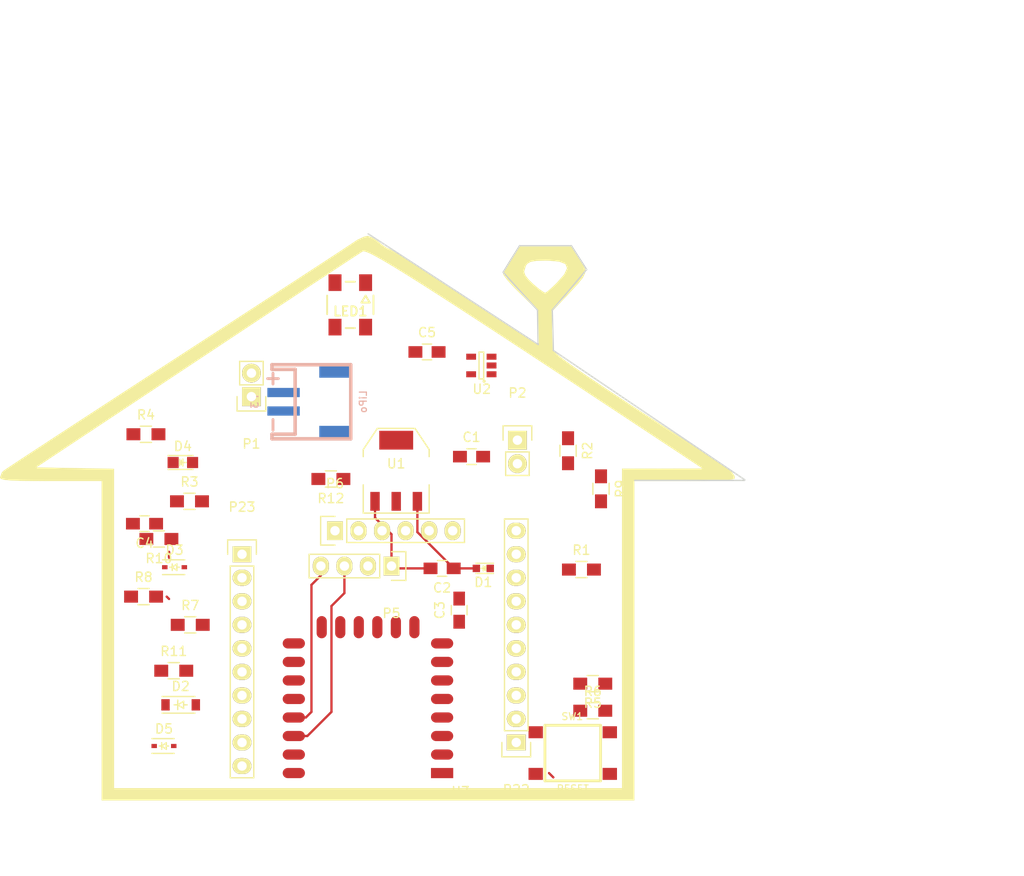
<source format=kicad_pcb>
(kicad_pcb (version 4) (host pcbnew 4.0.0~rc1a-stable)

  (general
    (links 0)
    (no_connects 78)
    (area 140.284999 90.044999 181.075001 116.815001)
    (thickness 1.6)
    (drawings 12)
    (tracks 27)
    (zones 0)
    (modules 35)
    (nets 35)
  )

  (page A4)
  (layers
    (0 F.Cu signal)
    (31 B.Cu signal)
    (32 B.Adhes user)
    (33 F.Adhes user)
    (34 B.Paste user)
    (35 F.Paste user)
    (36 B.SilkS user)
    (37 F.SilkS user)
    (38 B.Mask user)
    (39 F.Mask user)
    (40 Dwgs.User user)
    (41 Cmts.User user)
    (42 Eco1.User user)
    (43 Eco2.User user)
    (44 Edge.Cuts user)
    (45 Margin user)
    (46 B.CrtYd user)
    (47 F.CrtYd user)
    (48 B.Fab user)
    (49 F.Fab user)
  )

  (setup
    (last_trace_width 0.25)
    (trace_clearance 0.2)
    (zone_clearance 0.508)
    (zone_45_only no)
    (trace_min 0.2)
    (segment_width 0.2)
    (edge_width 0.15)
    (via_size 0.6)
    (via_drill 0.4)
    (via_min_size 0.4)
    (via_min_drill 0.3)
    (uvia_size 0.3)
    (uvia_drill 0.1)
    (uvias_allowed no)
    (uvia_min_size 0.2)
    (uvia_min_drill 0.1)
    (pcb_text_width 0.3)
    (pcb_text_size 1.5 1.5)
    (mod_edge_width 0.15)
    (mod_text_size 1 1)
    (mod_text_width 0.15)
    (pad_size 1.524 1.524)
    (pad_drill 0.762)
    (pad_to_mask_clearance 0.2)
    (aux_axis_origin 0 0)
    (visible_elements 7FFFFFFF)
    (pcbplotparams
      (layerselection 0x00030_80000001)
      (usegerberextensions false)
      (excludeedgelayer true)
      (linewidth 0.100000)
      (plotframeref false)
      (viasonmask false)
      (mode 1)
      (useauxorigin false)
      (hpglpennumber 1)
      (hpglpenspeed 20)
      (hpglpendiameter 15)
      (hpglpenoverlay 2)
      (psnegative false)
      (psa4output false)
      (plotreference true)
      (plotvalue true)
      (plotinvisibletext false)
      (padsonsilk false)
      (subtractmaskfromsilk false)
      (outputformat 1)
      (mirror false)
      (drillshape 1)
      (scaleselection 1)
      (outputdirectory ""))
  )

  (net 0 "")
  (net 1 /ESP8266/RST)
  (net 2 /ESP8266/DTR)
  (net 3 VCC)
  (net 4 GND)
  (net 5 +3V3)
  (net 6 +BATT)
  (net 7 "Net-(D1-Pad1)")
  (net 8 "Net-(D3-Pad1)")
  (net 9 /ESP8266/GPIO0)
  (net 10 "Net-(D4-Pad1)")
  (net 11 /ESP8266/TX)
  (net 12 "Net-(D5-Pad2)")
  (net 13 "Net-(LED1-Pad4)")
  (net 14 /ESP8266/GPIO14)
  (net 15 /ESP8266/GPIO5/SCL)
  (net 16 /ESP8266/GPIO4/SDA)
  (net 17 /ESP8266/RX)
  (net 18 "Net-(P6-Pad5)")
  (net 19 "Net-(R2-Pad1)")
  (net 20 "Net-(R4-Pad2)")
  (net 21 /ESP8266/ADC_IN)
  (net 22 /ESP8266/ADC)
  (net 23 /ESP8266/GPIO2)
  (net 24 /ESP8266/CH_PD)
  (net 25 /ESP8266/GPIO15)
  (net 26 "Net-(U3-Pad9)")
  (net 27 "Net-(U3-Pad10)")
  (net 28 "Net-(U3-Pad11)")
  (net 29 "Net-(U3-Pad12)")
  (net 30 "Net-(U3-Pad13)")
  (net 31 "Net-(U3-Pad14)")
  (net 32 /ESP8266/GPIO16)
  (net 33 /ESP8266/GPIO12)
  (net 34 /ESP8266/GPIO13)

  (net_class Default "This is the default net class."
    (clearance 0.2)
    (trace_width 0.25)
    (via_dia 0.6)
    (via_drill 0.4)
    (uvia_dia 0.3)
    (uvia_drill 0.1)
    (add_net +3V3)
    (add_net +BATT)
    (add_net /ESP8266/ADC)
    (add_net /ESP8266/ADC_IN)
    (add_net /ESP8266/CH_PD)
    (add_net /ESP8266/DTR)
    (add_net /ESP8266/GPIO0)
    (add_net /ESP8266/GPIO12)
    (add_net /ESP8266/GPIO13)
    (add_net /ESP8266/GPIO14)
    (add_net /ESP8266/GPIO15)
    (add_net /ESP8266/GPIO16)
    (add_net /ESP8266/GPIO2)
    (add_net /ESP8266/GPIO4/SDA)
    (add_net /ESP8266/GPIO5/SCL)
    (add_net /ESP8266/RST)
    (add_net /ESP8266/RX)
    (add_net /ESP8266/TX)
    (add_net GND)
    (add_net "Net-(D1-Pad1)")
    (add_net "Net-(D3-Pad1)")
    (add_net "Net-(D4-Pad1)")
    (add_net "Net-(D5-Pad2)")
    (add_net "Net-(LED1-Pad4)")
    (add_net "Net-(P6-Pad5)")
    (add_net "Net-(R2-Pad1)")
    (add_net "Net-(R4-Pad2)")
    (add_net "Net-(U3-Pad10)")
    (add_net "Net-(U3-Pad11)")
    (add_net "Net-(U3-Pad12)")
    (add_net "Net-(U3-Pad13)")
    (add_net "Net-(U3-Pad14)")
    (add_net "Net-(U3-Pad9)")
    (add_net VCC)
  )

  (module theinventorhouse:inventor (layer F.Cu) (tedit 0) (tstamp 5672353A)
    (at 140.208 120.015)
    (zone_connect 0)
    (attr smd)
    (fp_text reference G*** (at 0 0) (layer F.SilkS) hide
      (effects (font (thickness 0.3)))
    )
    (fp_text value LOGO (at 0.75 0) (layer F.SilkS) hide
      (effects (font (thickness 0.3)))
    )
    (fp_poly (pts (xy 0.552061 -29.515924) (xy 1.156882 -29.11576) (xy 1.288082 -29.009474) (xy 1.842459 -28.580138)
      (xy 2.222811 -28.352212) (xy 2.270231 -28.341053) (xy 2.559007 -28.203061) (xy 3.190062 -27.830516)
      (xy 4.0608 -27.285565) (xy 4.771635 -26.825861) (xy 5.664279 -26.242543) (xy 6.908697 -25.431148)
      (xy 8.408101 -24.454688) (xy 10.065701 -23.37618) (xy 11.784708 -22.258637) (xy 12.766842 -21.620582)
      (xy 18.448421 -17.930494) (xy 18.448421 -21.606647) (xy 16.576842 -23.413504) (xy 15.773508 -24.224152)
      (xy 15.142756 -24.927432) (xy 14.769835 -25.424635) (xy 14.705263 -25.580655) (xy 14.784106 -25.812019)
      (xy 16.975934 -25.812019) (xy 17.103809 -25.414518) (xy 17.439717 -24.987021) (xy 17.991726 -24.448093)
      (xy 18.598151 -23.937921) (xy 19.097308 -23.596694) (xy 19.275712 -23.531386) (xy 19.534026 -23.704897)
      (xy 20.041062 -24.157701) (xy 20.545712 -24.650659) (xy 21.312014 -25.533163) (xy 21.61305 -26.186518)
      (xy 21.436323 -26.633629) (xy 20.769332 -26.897398) (xy 19.59958 -27.00073) (xy 19.261367 -27.00421)
      (xy 18.26875 -26.977563) (xy 17.667136 -26.873112) (xy 17.31437 -26.654096) (xy 17.169782 -26.463316)
      (xy 16.975934 -25.812019) (xy 14.784106 -25.812019) (xy 14.843684 -25.986845) (xy 15.20181 -26.665367)
      (xy 15.574211 -27.26988) (xy 16.443158 -28.598813) (xy 19.250526 -28.588038) (xy 22.057895 -28.577262)
      (xy 22.93237 -27.217506) (xy 23.329555 -26.586692) (xy 23.550438 -26.101773) (xy 23.560887 -25.663112)
      (xy 23.326768 -25.17107) (xy 22.813949 -24.52601) (xy 21.988297 -23.628292) (xy 21.539414 -23.15129)
      (xy 20.052632 -21.571001) (xy 20.056282 -19.6755) (xy 20.078169 -18.644419) (xy 20.132014 -17.767639)
      (xy 20.20564 -17.237734) (xy 20.475818 -16.93828) (xy 21.191523 -16.36944) (xy 22.341159 -15.539282)
      (xy 23.913128 -14.455871) (xy 25.895833 -13.127277) (xy 28.277677 -11.561565) (xy 29.622527 -10.687207)
      (xy 31.63745 -9.377506) (xy 33.52478 -8.14323) (xy 35.234354 -7.017738) (xy 36.716012 -6.034387)
      (xy 37.919593 -5.226535) (xy 38.794935 -4.627541) (xy 39.291877 -4.270762) (xy 39.375553 -4.2013)
      (xy 39.683826 -3.752616) (xy 39.698183 -3.466037) (xy 39.384911 -3.380152) (xy 38.60215 -3.308397)
      (xy 37.415032 -3.253828) (xy 35.888691 -3.219501) (xy 34.207379 -3.208421) (xy 28.87579 -3.208421)
      (xy 28.87579 31.282105) (xy -28.608421 31.282105) (xy -28.608421 -3.208421) (xy -34.089474 -3.208421)
      (xy -35.965903 -3.21348) (xy -37.371249 -3.231677) (xy -38.369097 -3.267542) (xy -39.023032 -3.325605)
      (xy -39.396638 -3.410397) (xy -39.553499 -3.526448) (xy -39.570526 -3.598932) (xy -39.38599 -4.112385)
      (xy -39.236316 -4.287467) (xy -38.965225 -4.476041) (xy -38.661016 -4.678947) (xy -35.661298 -4.678947)
      (xy -31.466438 -4.605316) (xy -27.271579 -4.531685) (xy -27.271579 29.945263) (xy 27.538947 29.945263)
      (xy 27.538947 -4.545263) (xy 31.883684 -4.550467) (xy 36.228421 -4.55567) (xy 26.870526 -10.743055)
      (xy 22.728514 -13.479473) (xy 19.009448 -15.931318) (xy 15.692214 -18.111935) (xy 12.7557 -20.034668)
      (xy 10.178792 -21.712861) (xy 7.940376 -23.15986) (xy 6.01934 -24.389007) (xy 4.394569 -25.413649)
      (xy 3.044951 -26.247128) (xy 1.949372 -26.90279) (xy 1.086718 -27.393978) (xy 0.435876 -27.734038)
      (xy -0.024267 -27.936314) (xy -0.314824 -28.014149) (xy -0.432751 -27.999651) (xy -0.730732 -27.812218)
      (xy -1.43897 -27.35193) (xy -2.52239 -26.641945) (xy -3.945918 -25.705418) (xy -5.674477 -24.565505)
      (xy -7.672993 -23.245363) (xy -9.906389 -21.768146) (xy -12.339589 -20.15701) (xy -14.93752 -18.435113)
      (xy -17.665104 -16.625608) (xy -18.298544 -16.205145) (xy -35.661298 -4.678947) (xy -38.661016 -4.678947)
      (xy -38.279442 -4.933454) (xy -37.212885 -5.637524) (xy -35.799469 -6.566068) (xy -34.073114 -7.696905)
      (xy -32.067736 -9.007852) (xy -29.817253 -10.476728) (xy -27.355581 -12.08135) (xy -24.716639 -13.799537)
      (xy -21.934343 -15.609107) (xy -20.453684 -16.571343) (xy -17.612499 -18.417767) (xy -14.898246 -20.182707)
      (xy -12.344704 -21.844141) (xy -9.985651 -23.380043) (xy -7.854865 -24.76839) (xy -5.986124 -25.987158)
      (xy -4.413206 -27.014322) (xy -3.16989 -27.827859) (xy -2.289954 -28.405744) (xy -1.807176 -28.725953)
      (xy -1.72428 -28.783335) (xy -1.013553 -29.256226) (xy -0.292764 -29.589689) (xy 0.109542 -29.677895)
      (xy 0.552061 -29.515924)) (layer F.SilkS) (width 0.01))
  )

  (module LEDs:LED-0603 (layer F.Cu) (tedit 55BDE255) (tstamp 566F42FA)
    (at 152.781 126.238 180)
    (descr "LED 0603 smd package")
    (tags "LED led 0603 SMD smd SMT smt smdled SMDLED smtled SMTLED")
    (path /565FC765/565FC887)
    (attr smd)
    (fp_text reference D1 (at 0 -1.5 180) (layer F.SilkS)
      (effects (font (size 1 1) (thickness 0.15)))
    )
    (fp_text value LED (at 0 1.5 180) (layer F.Fab)
      (effects (font (size 1 1) (thickness 0.15)))
    )
    (fp_line (start -1.1 0.55) (end 0.8 0.55) (layer F.SilkS) (width 0.15))
    (fp_line (start -1.1 -0.55) (end 0.8 -0.55) (layer F.SilkS) (width 0.15))
    (fp_line (start -0.2 0) (end 0.25 0) (layer F.SilkS) (width 0.15))
    (fp_line (start -0.25 -0.25) (end -0.25 0.25) (layer F.SilkS) (width 0.15))
    (fp_line (start -0.25 0) (end 0 -0.25) (layer F.SilkS) (width 0.15))
    (fp_line (start 0 -0.25) (end 0 0.25) (layer F.SilkS) (width 0.15))
    (fp_line (start 0 0.25) (end -0.25 0) (layer F.SilkS) (width 0.15))
    (fp_line (start 1.4 -0.75) (end 1.4 0.75) (layer F.CrtYd) (width 0.05))
    (fp_line (start 1.4 0.75) (end -1.4 0.75) (layer F.CrtYd) (width 0.05))
    (fp_line (start -1.4 0.75) (end -1.4 -0.75) (layer F.CrtYd) (width 0.05))
    (fp_line (start -1.4 -0.75) (end 1.4 -0.75) (layer F.CrtYd) (width 0.05))
    (pad 2 smd rect (at 0.7493 0) (size 0.79756 0.79756) (layers F.Cu F.Paste F.Mask)
      (net 3 VCC))
    (pad 1 smd rect (at -0.7493 0) (size 0.79756 0.79756) (layers F.Cu F.Paste F.Mask)
      (net 7 "Net-(D1-Pad1)"))
  )

  (module Neopix:WS2812B_PP (layer F.Cu) (tedit 548246DF) (tstamp 566F431A)
    (at 138.43 97.79)
    (path /565FC765/5666B27C)
    (fp_text reference LED1 (at 0 0.7) (layer F.SilkS)
      (effects (font (size 1 1) (thickness 0.2)))
    )
    (fp_text value MADW__WS2812B (at 0 4.85) (layer F.SilkS) hide
      (effects (font (size 1 1) (thickness 0.2)))
    )
    (fp_line (start 1.65 -1) (end 1.2 -0.25) (layer F.SilkS) (width 0.2032))
    (fp_line (start 1.2 -0.25) (end 2.1 -0.25) (layer F.SilkS) (width 0.2032))
    (fp_line (start 2.1 -0.25) (end 1.65 -1) (layer F.SilkS) (width 0.2032))
    (fp_line (start -2.5 -1) (end -2.5 1) (layer F.SilkS) (width 0.2032))
    (fp_line (start -0.5 2.5) (end 0.5 2.5) (layer F.SilkS) (width 0.2032))
    (fp_line (start 2.5 -1) (end 2.5 1) (layer F.SilkS) (width 0.2032))
    (fp_line (start -0.5 -2.5) (end 0.5 -2.5) (layer F.SilkS) (width 0.2032))
    (fp_line (start 2.1 2.5) (end 2.5 2.5) (layer Dwgs.User) (width 0.2032))
    (fp_line (start -1.2 2.5) (end 1.2 2.5) (layer Dwgs.User) (width 0.2032))
    (fp_line (start -2.5 2.5) (end -2.1 2.5) (layer Dwgs.User) (width 0.2032))
    (fp_line (start 2.1 -2.5) (end 2.5 -2.5) (layer Dwgs.User) (width 0.2032))
    (fp_line (start -1.2 -2.5) (end 1.2 -2.5) (layer Dwgs.User) (width 0.2032))
    (fp_line (start -2.5 -2.5) (end -2.1 -2.5) (layer Dwgs.User) (width 0.2032))
    (fp_line (start -2.1 -2.7) (end -1.2 -2.7) (layer Dwgs.User) (width 0.2032))
    (fp_line (start -1.2 -2.7) (end -1.2 -1.8) (layer Dwgs.User) (width 0.2032))
    (fp_line (start -1.2 -1.8) (end -2.1 -1.8) (layer Dwgs.User) (width 0.2032))
    (fp_line (start -2.1 -1.8) (end -2.1 -2.7) (layer Dwgs.User) (width 0.2032))
    (fp_line (start 2.1 -2.7) (end 1.2 -2.7) (layer Dwgs.User) (width 0.2032))
    (fp_line (start 1.2 -2.7) (end 1.2 -1.8) (layer Dwgs.User) (width 0.2032))
    (fp_line (start 1.2 -1.8) (end 2.1 -1.8) (layer Dwgs.User) (width 0.2032))
    (fp_line (start 2.1 -1.8) (end 2.1 -2.7) (layer Dwgs.User) (width 0.2032))
    (fp_line (start -2.1 2.7) (end -2.1 1.8) (layer Dwgs.User) (width 0.2))
    (fp_line (start -2.1 1.8) (end -1.2 1.8) (layer Dwgs.User) (width 0.2))
    (fp_line (start -1.2 1.8) (end -1.2 2.7) (layer Dwgs.User) (width 0.2))
    (fp_line (start -1.2 2.7) (end -2.1 2.7) (layer Dwgs.User) (width 0.2))
    (fp_line (start 1.2 2.7) (end 1.2 1.8) (layer Dwgs.User) (width 0.2))
    (fp_line (start 1.2 1.8) (end 2.1 1.8) (layer Dwgs.User) (width 0.2))
    (fp_line (start 2.1 1.8) (end 2.1 2.7) (layer Dwgs.User) (width 0.2))
    (fp_line (start 2.1 2.7) (end 1.2 2.7) (layer Dwgs.User) (width 0.2))
    (fp_line (start 2.5 -2.5) (end 2.5 2.5) (layer Dwgs.User) (width 0.2))
    (fp_line (start -2.49936 2.49936) (end -2.49936 -2.49936) (layer Dwgs.User) (width 0.2))
    (pad 3 smd rect (at 1.65 -2.4) (size 1.4 1.8) (layers F.Cu F.Paste F.Mask)
      (net 4 GND))
    (pad 4 smd rect (at -1.65 -2.4) (size 1.4 1.8) (layers F.Cu F.Paste F.Mask)
      (net 13 "Net-(LED1-Pad4)"))
    (pad 1 smd rect (at -1.65 2.4) (size 1.4 1.8) (layers F.Cu F.Paste F.Mask)
      (net 6 +BATT))
    (pad 2 smd rect (at 1.65 2.4) (size 1.4 1.8) (layers F.Cu F.Paste F.Mask)
      (net 14 /ESP8266/GPIO14))
    (model WS2812B_PP.wrl
      (at (xyz 0 0 0))
      (scale (xyz 0.3937 0.3937 0.3937))
      (rotate (xyz 0 0 0))
    )
  )

  (module Pin_Headers:Pin_Header_Straight_1x02 (layer F.Cu) (tedit 54EA090C) (tstamp 566F4326)
    (at 156.464 112.395)
    (descr "Through hole pin header")
    (tags "pin header")
    (path /565FC765/566F92CC)
    (fp_text reference P2 (at 0 -5.1) (layer F.SilkS)
      (effects (font (size 1 1) (thickness 0.15)))
    )
    (fp_text value CONN_01X10 (at 0 -3.1) (layer F.Fab)
      (effects (font (size 1 1) (thickness 0.15)))
    )
    (fp_line (start 1.27 1.27) (end 1.27 3.81) (layer F.SilkS) (width 0.15))
    (fp_line (start 1.55 -1.55) (end 1.55 0) (layer F.SilkS) (width 0.15))
    (fp_line (start -1.75 -1.75) (end -1.75 4.3) (layer F.CrtYd) (width 0.05))
    (fp_line (start 1.75 -1.75) (end 1.75 4.3) (layer F.CrtYd) (width 0.05))
    (fp_line (start -1.75 -1.75) (end 1.75 -1.75) (layer F.CrtYd) (width 0.05))
    (fp_line (start -1.75 4.3) (end 1.75 4.3) (layer F.CrtYd) (width 0.05))
    (fp_line (start 1.27 1.27) (end -1.27 1.27) (layer F.SilkS) (width 0.15))
    (fp_line (start -1.55 0) (end -1.55 -1.55) (layer F.SilkS) (width 0.15))
    (fp_line (start -1.55 -1.55) (end 1.55 -1.55) (layer F.SilkS) (width 0.15))
    (fp_line (start -1.27 1.27) (end -1.27 3.81) (layer F.SilkS) (width 0.15))
    (fp_line (start -1.27 3.81) (end 1.27 3.81) (layer F.SilkS) (width 0.15))
    (pad 1 thru_hole rect (at 0 0) (size 2.032 2.032) (drill 1.016) (layers *.Cu *.Mask F.SilkS)
      (net 6 +BATT))
    (pad 2 thru_hole oval (at 0 2.54) (size 2.032 2.032) (drill 1.016) (layers *.Cu *.Mask F.SilkS)
      (net 33 /ESP8266/GPIO12))
    (model Pin_Headers.3dshapes/Pin_Header_Straight_1x02.wrl
      (at (xyz 0 -0.05 0))
      (scale (xyz 1 1 1))
      (rotate (xyz 0 0 90))
    )
  )

  (module open-project:CONN_JST-2_SMD (layer B.Cu) (tedit 514E250F) (tstamp 566F432E)
    (at 138.47826 108.24972 270)
    (tags JST)
    (path /565FC765/56616928)
    (fp_text reference P3 (at -0.01 10.35 270) (layer B.SilkS)
      (effects (font (size 0.762 0.762) (thickness 0.127)) (justify mirror))
    )
    (fp_text value LiPo (at -0.01 -1.34 270) (layer B.SilkS)
      (effects (font (size 0.762 0.762) (thickness 0.127)) (justify mirror))
    )
    (fp_line (start -4.0005 0) (end 4.0005 0) (layer B.SilkS) (width 0.381))
    (fp_line (start 4.0005 0) (end 4.0005 8.49884) (layer B.SilkS) (width 0.381))
    (fp_line (start 4.0005 8.49884) (end 3.50012 8.49884) (layer B.SilkS) (width 0.381))
    (fp_line (start 3.50012 8.49884) (end 3.50012 5.99948) (layer B.SilkS) (width 0.381))
    (fp_line (start 3.50012 5.99948) (end -3.50012 5.99948) (layer B.SilkS) (width 0.381))
    (fp_line (start -3.50012 5.99948) (end -3.50012 8.49884) (layer B.SilkS) (width 0.381))
    (fp_line (start -3.50012 8.49884) (end -4.0005 8.49884) (layer B.SilkS) (width 0.381))
    (fp_line (start -4.0005 8.49884) (end -4.0005 0) (layer B.SilkS) (width 0.381))
    (fp_text user - (at 2.49936 8.49884 270) (layer B.SilkS)
      (effects (font (thickness 0.3048)) (justify mirror))
    )
    (fp_text user + (at -2.49936 8.49884 270) (layer B.SilkS)
      (effects (font (thickness 0.3048)) (justify mirror))
    )
    (pad "" smd rect (at -3.34772 1.69926 270) (size 1.4986 3.39598) (layers B.Cu B.Paste B.Mask))
    (pad 1 smd rect (at -0.99822 7.24916 270) (size 0.99568 3.49758) (layers B.Cu B.Paste B.Mask)
      (net 6 +BATT))
    (pad 2 smd rect (at 0.99822 7.24916 270) (size 0.99568 3.49758) (layers B.Cu B.Paste B.Mask)
      (net 4 GND))
    (pad "" smd rect (at 3.34772 1.69926 270) (size 1.4986 3.39598) (layers B.Cu B.Paste B.Mask))
  )

  (module Socket_Strips:Socket_Strip_Straight_1x04 (layer F.Cu) (tedit 0) (tstamp 566F4336)
    (at 142.875 125.984 180)
    (descr "Through hole socket strip")
    (tags "socket strip")
    (path /565FC765/56608C09)
    (fp_text reference P5 (at 0 -5.1 180) (layer F.SilkS)
      (effects (font (size 1 1) (thickness 0.15)))
    )
    (fp_text value OLED_I2C (at 0 -3.1 180) (layer F.Fab)
      (effects (font (size 1 1) (thickness 0.15)))
    )
    (fp_line (start -1.75 -1.75) (end -1.75 1.75) (layer F.CrtYd) (width 0.05))
    (fp_line (start 9.4 -1.75) (end 9.4 1.75) (layer F.CrtYd) (width 0.05))
    (fp_line (start -1.75 -1.75) (end 9.4 -1.75) (layer F.CrtYd) (width 0.05))
    (fp_line (start -1.75 1.75) (end 9.4 1.75) (layer F.CrtYd) (width 0.05))
    (fp_line (start 1.27 -1.27) (end 8.89 -1.27) (layer F.SilkS) (width 0.15))
    (fp_line (start 1.27 1.27) (end 8.89 1.27) (layer F.SilkS) (width 0.15))
    (fp_line (start -1.55 1.55) (end 0 1.55) (layer F.SilkS) (width 0.15))
    (fp_line (start 8.89 -1.27) (end 8.89 1.27) (layer F.SilkS) (width 0.15))
    (fp_line (start 1.27 1.27) (end 1.27 -1.27) (layer F.SilkS) (width 0.15))
    (fp_line (start 0 -1.55) (end -1.55 -1.55) (layer F.SilkS) (width 0.15))
    (fp_line (start -1.55 -1.55) (end -1.55 1.55) (layer F.SilkS) (width 0.15))
    (pad 1 thru_hole rect (at 0 0 180) (size 1.7272 2.032) (drill 1.016) (layers *.Cu *.Mask F.SilkS)
      (net 4 GND))
    (pad 2 thru_hole oval (at 2.54 0 180) (size 1.7272 2.032) (drill 1.016) (layers *.Cu *.Mask F.SilkS)
      (net 5 +3V3))
    (pad 3 thru_hole oval (at 5.08 0 180) (size 1.7272 2.032) (drill 1.016) (layers *.Cu *.Mask F.SilkS)
      (net 15 /ESP8266/GPIO5/SCL))
    (pad 4 thru_hole oval (at 7.62 0 180) (size 1.7272 2.032) (drill 1.016) (layers *.Cu *.Mask F.SilkS)
      (net 16 /ESP8266/GPIO4/SDA))
    (model Socket_Strips.3dshapes/Socket_Strip_Straight_1x04.wrl
      (at (xyz 0.15 0 0))
      (scale (xyz 1 1 1))
      (rotate (xyz 0 0 180))
    )
  )

  (module Socket_Strips:Socket_Strip_Straight_1x06 (layer F.Cu) (tedit 0) (tstamp 566F4340)
    (at 136.779 122.174)
    (descr "Through hole socket strip")
    (tags "socket strip")
    (path /565FC765/5660D83D)
    (fp_text reference P6 (at 0 -5.1) (layer F.SilkS)
      (effects (font (size 1 1) (thickness 0.15)))
    )
    (fp_text value "USB Serial" (at 0 -3.1) (layer F.Fab)
      (effects (font (size 1 1) (thickness 0.15)))
    )
    (fp_line (start -1.75 -1.75) (end -1.75 1.75) (layer F.CrtYd) (width 0.05))
    (fp_line (start 14.45 -1.75) (end 14.45 1.75) (layer F.CrtYd) (width 0.05))
    (fp_line (start -1.75 -1.75) (end 14.45 -1.75) (layer F.CrtYd) (width 0.05))
    (fp_line (start -1.75 1.75) (end 14.45 1.75) (layer F.CrtYd) (width 0.05))
    (fp_line (start 1.27 1.27) (end 13.97 1.27) (layer F.SilkS) (width 0.15))
    (fp_line (start 13.97 1.27) (end 13.97 -1.27) (layer F.SilkS) (width 0.15))
    (fp_line (start 13.97 -1.27) (end 1.27 -1.27) (layer F.SilkS) (width 0.15))
    (fp_line (start -1.55 1.55) (end 0 1.55) (layer F.SilkS) (width 0.15))
    (fp_line (start 1.27 1.27) (end 1.27 -1.27) (layer F.SilkS) (width 0.15))
    (fp_line (start 0 -1.55) (end -1.55 -1.55) (layer F.SilkS) (width 0.15))
    (fp_line (start -1.55 -1.55) (end -1.55 1.55) (layer F.SilkS) (width 0.15))
    (pad 1 thru_hole rect (at 0 0) (size 1.7272 2.032) (drill 1.016) (layers *.Cu *.Mask F.SilkS)
      (net 2 /ESP8266/DTR))
    (pad 2 thru_hole oval (at 2.54 0) (size 1.7272 2.032) (drill 1.016) (layers *.Cu *.Mask F.SilkS)
      (net 17 /ESP8266/RX))
    (pad 3 thru_hole oval (at 5.08 0) (size 1.7272 2.032) (drill 1.016) (layers *.Cu *.Mask F.SilkS)
      (net 12 "Net-(D5-Pad2)"))
    (pad 4 thru_hole oval (at 7.62 0) (size 1.7272 2.032) (drill 1.016) (layers *.Cu *.Mask F.SilkS)
      (net 3 VCC))
    (pad 5 thru_hole oval (at 10.16 0) (size 1.7272 2.032) (drill 1.016) (layers *.Cu *.Mask F.SilkS)
      (net 18 "Net-(P6-Pad5)"))
    (pad 6 thru_hole oval (at 12.7 0) (size 1.7272 2.032) (drill 1.016) (layers *.Cu *.Mask F.SilkS)
      (net 4 GND))
    (model Socket_Strips.3dshapes/Socket_Strip_Straight_1x06.wrl
      (at (xyz 0.25 0 0))
      (scale (xyz 1 1 1))
      (rotate (xyz 0 0 180))
    )
  )

  (module TO_SOT_Packages_SMD:SOT-223 (layer F.Cu) (tedit 0) (tstamp 566F4398)
    (at 143.383 115.697)
    (descr "module CMS SOT223 4 pins")
    (tags "CMS SOT")
    (path /565FC765/5661541B)
    (attr smd)
    (fp_text reference U1 (at 0 -0.762) (layer F.SilkS)
      (effects (font (size 1 1) (thickness 0.15)))
    )
    (fp_text value SPX1117 (at 0 0.762) (layer F.Fab)
      (effects (font (size 1 1) (thickness 0.15)))
    )
    (fp_line (start -3.556 1.524) (end -3.556 4.572) (layer F.SilkS) (width 0.15))
    (fp_line (start -3.556 4.572) (end 3.556 4.572) (layer F.SilkS) (width 0.15))
    (fp_line (start 3.556 4.572) (end 3.556 1.524) (layer F.SilkS) (width 0.15))
    (fp_line (start -3.556 -1.524) (end -3.556 -2.286) (layer F.SilkS) (width 0.15))
    (fp_line (start -3.556 -2.286) (end -2.032 -4.572) (layer F.SilkS) (width 0.15))
    (fp_line (start -2.032 -4.572) (end 2.032 -4.572) (layer F.SilkS) (width 0.15))
    (fp_line (start 2.032 -4.572) (end 3.556 -2.286) (layer F.SilkS) (width 0.15))
    (fp_line (start 3.556 -2.286) (end 3.556 -1.524) (layer F.SilkS) (width 0.15))
    (pad 4 smd rect (at 0 -3.302) (size 3.6576 2.032) (layers F.Cu F.Paste F.Mask))
    (pad 2 smd rect (at 0 3.302) (size 1.016 2.032) (layers F.Cu F.Paste F.Mask)
      (net 5 +3V3))
    (pad 3 smd rect (at 2.286 3.302) (size 1.016 2.032) (layers F.Cu F.Paste F.Mask)
      (net 3 VCC))
    (pad 1 smd rect (at -2.286 3.302) (size 1.016 2.032) (layers F.Cu F.Paste F.Mask)
      (net 4 GND))
    (model TO_SOT_Packages_SMD.3dshapes/SOT-223.wrl
      (at (xyz 0 0 0))
      (scale (xyz 0.4 0.4 0.4))
      (rotate (xyz 0 0 0))
    )
  )

  (module TO_SOT_Packages_SMD:SOT-23-5 (layer F.Cu) (tedit 5670B760) (tstamp 566F43A1)
    (at 152.57 104.333 180)
    (descr "5-pin SOT23 package")
    (tags SOT-23-5)
    (path /565FC765/565FC885)
    (attr smd)
    (fp_text reference U2 (at -0.05 -2.55 180) (layer F.SilkS)
      (effects (font (size 1 1) (thickness 0.15)))
    )
    (fp_text value MCP73831 (at 5.08 10.414 180) (layer F.Fab)
      (effects (font (size 1 1) (thickness 0.15)))
    )
    (fp_line (start -1.8 -1.6) (end 1.8 -1.6) (layer F.CrtYd) (width 0.05))
    (fp_line (start 1.8 -1.6) (end 1.8 1.6) (layer F.CrtYd) (width 0.05))
    (fp_line (start 1.8 1.6) (end -1.8 1.6) (layer F.CrtYd) (width 0.05))
    (fp_line (start -1.8 1.6) (end -1.8 -1.6) (layer F.CrtYd) (width 0.05))
    (fp_circle (center -0.3 -1.7) (end -0.2 -1.7) (layer F.SilkS) (width 0.15))
    (fp_line (start 0.25 -1.45) (end -0.25 -1.45) (layer F.SilkS) (width 0.15))
    (fp_line (start 0.25 1.45) (end 0.25 -1.45) (layer F.SilkS) (width 0.15))
    (fp_line (start -0.25 1.45) (end 0.25 1.45) (layer F.SilkS) (width 0.15))
    (fp_line (start -0.25 -1.45) (end -0.25 1.45) (layer F.SilkS) (width 0.15))
    (pad 1 smd rect (at -1.1 -0.95 180) (size 1.06 0.65) (layers F.Cu F.Paste F.Mask)
      (net 19 "Net-(R2-Pad1)"))
    (pad 2 smd rect (at -1.1 0 180) (size 1.06 0.65) (layers F.Cu F.Paste F.Mask)
      (net 4 GND))
    (pad 3 smd rect (at -1.1 0.95 180) (size 1.06 0.65) (layers F.Cu F.Paste F.Mask)
      (net 6 +BATT))
    (pad 4 smd rect (at 1.1 0.95 180) (size 1.06 0.65) (layers F.Cu F.Paste F.Mask)
      (net 3 VCC))
    (pad 5 smd rect (at 1.1 -0.95 180) (size 1.06 0.65) (layers F.Cu F.Paste F.Mask)
      (net 20 "Net-(R4-Pad2)"))
    (model TO_SOT_Packages_SMD.3dshapes/SOT-23-5.wrl
      (at (xyz 0 0 0))
      (scale (xyz 1 1 1))
      (rotate (xyz 0 0 0))
    )
  )

  (module esp:ESP-12E (layer F.Cu) (tedit 559F8D21) (tstamp 566F43BB)
    (at 148.336 148.336 180)
    (descr "Module, ESP-8266, ESP-12, 16 pad, SMD")
    (tags "Module ESP-8266 ESP8266")
    (path /565FC765/565FC88D)
    (fp_text reference U3 (at -2 -2 180) (layer F.SilkS)
      (effects (font (size 1 1) (thickness 0.15)))
    )
    (fp_text value ESP-12E (at 8 1 180) (layer F.Fab)
      (effects (font (size 1 1) (thickness 0.15)))
    )
    (fp_line (start 16 -8.4) (end 0 -2.6) (layer F.CrtYd) (width 0.1524))
    (fp_line (start 0 -8.4) (end 16 -2.6) (layer F.CrtYd) (width 0.1524))
    (fp_text user "No Copper" (at 7.9 -5.4 180) (layer F.CrtYd)
      (effects (font (size 1 1) (thickness 0.15)))
    )
    (fp_line (start 0 -8.4) (end 0 -2.6) (layer F.CrtYd) (width 0.1524))
    (fp_line (start 0 -2.6) (end 16 -2.6) (layer F.CrtYd) (width 0.1524))
    (fp_line (start 16 -2.6) (end 16 -8.4) (layer F.CrtYd) (width 0.1524))
    (fp_line (start 16 -8.4) (end 0 -8.4) (layer F.CrtYd) (width 0.1524))
    (fp_line (start 16 -8.4) (end 16 15.6) (layer F.Fab) (width 0.1524))
    (fp_line (start 16 15.6) (end 0 15.6) (layer F.Fab) (width 0.1524))
    (fp_line (start 0 15.6) (end 0 -8.4) (layer F.Fab) (width 0.1524))
    (fp_line (start 0 -8.4) (end 16 -8.4) (layer F.Fab) (width 0.1524))
    (pad 9 smd oval (at 2.99 15.75 270) (size 2.4 1.1) (layers F.Cu F.Paste F.Mask)
      (net 26 "Net-(U3-Pad9)"))
    (pad 10 smd oval (at 4.99 15.75 270) (size 2.4 1.1) (layers F.Cu F.Paste F.Mask)
      (net 27 "Net-(U3-Pad10)"))
    (pad 11 smd oval (at 6.99 15.75 270) (size 2.4 1.1) (layers F.Cu F.Paste F.Mask)
      (net 28 "Net-(U3-Pad11)"))
    (pad 12 smd oval (at 8.99 15.75 270) (size 2.4 1.1) (layers F.Cu F.Paste F.Mask)
      (net 29 "Net-(U3-Pad12)"))
    (pad 13 smd oval (at 10.99 15.75 270) (size 2.4 1.1) (layers F.Cu F.Paste F.Mask)
      (net 30 "Net-(U3-Pad13)"))
    (pad 14 smd oval (at 12.99 15.75 270) (size 2.4 1.1) (layers F.Cu F.Paste F.Mask)
      (net 31 "Net-(U3-Pad14)"))
    (pad 1 smd rect (at 0 0 180) (size 2.4 1.1) (layers F.Cu F.Paste F.Mask)
      (net 1 /ESP8266/RST))
    (pad 2 smd oval (at 0 2 180) (size 2.4 1.1) (layers F.Cu F.Paste F.Mask)
      (net 22 /ESP8266/ADC))
    (pad 3 smd oval (at 0 4 180) (size 2.4 1.1) (layers F.Cu F.Paste F.Mask)
      (net 24 /ESP8266/CH_PD))
    (pad 4 smd oval (at 0 6 180) (size 2.4 1.1) (layers F.Cu F.Paste F.Mask)
      (net 32 /ESP8266/GPIO16))
    (pad 5 smd oval (at 0 8 180) (size 2.4 1.1) (layers F.Cu F.Paste F.Mask)
      (net 14 /ESP8266/GPIO14))
    (pad 6 smd oval (at 0 10 180) (size 2.4 1.1) (layers F.Cu F.Paste F.Mask)
      (net 33 /ESP8266/GPIO12))
    (pad 7 smd oval (at 0 12 180) (size 2.4 1.1) (layers F.Cu F.Paste F.Mask)
      (net 34 /ESP8266/GPIO13))
    (pad 8 smd oval (at 0 14 180) (size 2.4 1.1) (layers F.Cu F.Paste F.Mask)
      (net 5 +3V3))
    (pad 15 smd oval (at 16 14 180) (size 2.4 1.1) (layers F.Cu F.Paste F.Mask)
      (net 4 GND))
    (pad 16 smd oval (at 16 12 180) (size 2.4 1.1) (layers F.Cu F.Paste F.Mask)
      (net 25 /ESP8266/GPIO15))
    (pad 17 smd oval (at 16 10 180) (size 2.4 1.1) (layers F.Cu F.Paste F.Mask)
      (net 23 /ESP8266/GPIO2))
    (pad 18 smd oval (at 16 8 180) (size 2.4 1.1) (layers F.Cu F.Paste F.Mask)
      (net 9 /ESP8266/GPIO0))
    (pad 19 smd oval (at 16 6 180) (size 2.4 1.1) (layers F.Cu F.Paste F.Mask)
      (net 16 /ESP8266/GPIO4/SDA))
    (pad 20 smd oval (at 16 4 180) (size 2.4 1.1) (layers F.Cu F.Paste F.Mask)
      (net 15 /ESP8266/GPIO5/SCL))
    (pad 21 smd oval (at 16 2 180) (size 2.4 1.1) (layers F.Cu F.Paste F.Mask)
      (net 11 /ESP8266/TX))
    (pad 22 smd oval (at 16 0 180) (size 2.4 1.1) (layers F.Cu F.Paste F.Mask)
      (net 17 /ESP8266/RX))
  )

  (module open-project:SW_PUSH_SMD (layer F.Cu) (tedit 514E2F98) (tstamp 566F776C)
    (at 162.433 146.177)
    (path /565FC765/565FC870)
    (fp_text reference SW1 (at -0.05 -3.95) (layer F.SilkS)
      (effects (font (size 0.762 0.762) (thickness 0.127)))
    )
    (fp_text value RESET (at 0 3.85) (layer F.SilkS)
      (effects (font (size 0.762 0.762) (thickness 0.127)))
    )
    (fp_line (start -2.99974 -2.99974) (end 2.99974 -2.99974) (layer F.SilkS) (width 0.29972))
    (fp_line (start 2.99974 -2.99974) (end 2.99974 2.99974) (layer F.SilkS) (width 0.29972))
    (fp_line (start 2.99974 2.99974) (end -2.99974 2.99974) (layer F.SilkS) (width 0.29972))
    (fp_line (start -2.99974 2.99974) (end -2.99974 -2.99974) (layer F.SilkS) (width 0.29972))
    (pad 1 smd rect (at -3.99796 -2.2479) (size 1.5494 1.2954) (layers F.Cu F.Paste F.Mask)
      (net 4 GND))
    (pad 1 smd rect (at 3.99796 -2.2479) (size 1.5494 1.2954) (layers F.Cu F.Paste F.Mask)
      (net 4 GND))
    (pad 2 smd rect (at 3.99796 2.2479) (size 1.5494 1.2954) (layers F.Cu F.Paste F.Mask)
      (net 1 /ESP8266/RST))
    (pad 2 smd rect (at -3.99796 2.2479) (size 1.5494 1.2954) (layers F.Cu F.Paste F.Mask)
      (net 1 /ESP8266/RST))
  )

  (module Pin_Headers:Pin_Header_Straight_1x02 (layer F.Cu) (tedit 54EA090C) (tstamp 566F7E4F)
    (at 127.762 107.696 180)
    (descr "Through hole pin header")
    (tags "pin header")
    (path /565FC765/5661D773)
    (fp_text reference P1 (at 0 -5.1 180) (layer F.SilkS)
      (effects (font (size 1 1) (thickness 0.15)))
    )
    (fp_text value "AUTO-PROGRAM JUMPER" (at 0 -3.1 180) (layer F.Fab)
      (effects (font (size 1 1) (thickness 0.15)))
    )
    (fp_line (start 1.27 1.27) (end 1.27 3.81) (layer F.SilkS) (width 0.15))
    (fp_line (start 1.55 -1.55) (end 1.55 0) (layer F.SilkS) (width 0.15))
    (fp_line (start -1.75 -1.75) (end -1.75 4.3) (layer F.CrtYd) (width 0.05))
    (fp_line (start 1.75 -1.75) (end 1.75 4.3) (layer F.CrtYd) (width 0.05))
    (fp_line (start -1.75 -1.75) (end 1.75 -1.75) (layer F.CrtYd) (width 0.05))
    (fp_line (start -1.75 4.3) (end 1.75 4.3) (layer F.CrtYd) (width 0.05))
    (fp_line (start 1.27 1.27) (end -1.27 1.27) (layer F.SilkS) (width 0.15))
    (fp_line (start -1.55 0) (end -1.55 -1.55) (layer F.SilkS) (width 0.15))
    (fp_line (start -1.55 -1.55) (end 1.55 -1.55) (layer F.SilkS) (width 0.15))
    (fp_line (start -1.27 1.27) (end -1.27 3.81) (layer F.SilkS) (width 0.15))
    (fp_line (start -1.27 3.81) (end 1.27 3.81) (layer F.SilkS) (width 0.15))
    (pad 1 thru_hole rect (at 0 0 180) (size 2.032 2.032) (drill 1.016) (layers *.Cu *.Mask F.SilkS)
      (net 8 "Net-(D3-Pad1)"))
    (pad 2 thru_hole oval (at 0 2.54 180) (size 2.032 2.032) (drill 1.016) (layers *.Cu *.Mask F.SilkS)
      (net 2 /ESP8266/DTR))
    (model Pin_Headers.3dshapes/Pin_Header_Straight_1x02.wrl
      (at (xyz 0 -0.05 0))
      (scale (xyz 1 1 1))
      (rotate (xyz 0 0 90))
    )
  )

  (module Pin_Headers:Pin_Header_Straight_1x10 (layer F.Cu) (tedit 0) (tstamp 566F9714)
    (at 156.337 145.034 180)
    (descr "Through hole pin header")
    (tags "pin header")
    (path /565FC765/566F933F)
    (fp_text reference P22 (at 0 -5.1 180) (layer F.SilkS)
      (effects (font (size 1 1) (thickness 0.15)))
    )
    (fp_text value CONN_01X10 (at 0 -3.1 180) (layer F.Fab)
      (effects (font (size 1 1) (thickness 0.15)))
    )
    (fp_line (start -1.75 -1.75) (end -1.75 24.65) (layer F.CrtYd) (width 0.05))
    (fp_line (start 1.75 -1.75) (end 1.75 24.65) (layer F.CrtYd) (width 0.05))
    (fp_line (start -1.75 -1.75) (end 1.75 -1.75) (layer F.CrtYd) (width 0.05))
    (fp_line (start -1.75 24.65) (end 1.75 24.65) (layer F.CrtYd) (width 0.05))
    (fp_line (start 1.27 1.27) (end 1.27 24.13) (layer F.SilkS) (width 0.15))
    (fp_line (start 1.27 24.13) (end -1.27 24.13) (layer F.SilkS) (width 0.15))
    (fp_line (start -1.27 24.13) (end -1.27 1.27) (layer F.SilkS) (width 0.15))
    (fp_line (start 1.55 -1.55) (end 1.55 0) (layer F.SilkS) (width 0.15))
    (fp_line (start 1.27 1.27) (end -1.27 1.27) (layer F.SilkS) (width 0.15))
    (fp_line (start -1.55 0) (end -1.55 -1.55) (layer F.SilkS) (width 0.15))
    (fp_line (start -1.55 -1.55) (end 1.55 -1.55) (layer F.SilkS) (width 0.15))
    (pad 1 thru_hole rect (at 0 0 180) (size 2.032 1.7272) (drill 1.016) (layers *.Cu *.Mask F.SilkS)
      (net 4 GND))
    (pad 2 thru_hole oval (at 0 2.54 180) (size 2.032 1.7272) (drill 1.016) (layers *.Cu *.Mask F.SilkS)
      (net 9 /ESP8266/GPIO0))
    (pad 3 thru_hole oval (at 0 5.08 180) (size 2.032 1.7272) (drill 1.016) (layers *.Cu *.Mask F.SilkS)
      (net 21 /ESP8266/ADC_IN))
    (pad 4 thru_hole oval (at 0 7.62 180) (size 2.032 1.7272) (drill 1.016) (layers *.Cu *.Mask F.SilkS)
      (net 24 /ESP8266/CH_PD))
    (pad 5 thru_hole oval (at 0 10.16 180) (size 2.032 1.7272) (drill 1.016) (layers *.Cu *.Mask F.SilkS)
      (net 32 /ESP8266/GPIO16))
    (pad 6 thru_hole oval (at 0 12.7 180) (size 2.032 1.7272) (drill 1.016) (layers *.Cu *.Mask F.SilkS)
      (net 14 /ESP8266/GPIO14))
    (pad 7 thru_hole oval (at 0 15.24 180) (size 2.032 1.7272) (drill 1.016) (layers *.Cu *.Mask F.SilkS)
      (net 33 /ESP8266/GPIO12))
    (pad 8 thru_hole oval (at 0 17.78 180) (size 2.032 1.7272) (drill 1.016) (layers *.Cu *.Mask F.SilkS)
      (net 34 /ESP8266/GPIO13))
    (pad 9 thru_hole oval (at 0 20.32 180) (size 2.032 1.7272) (drill 1.016) (layers *.Cu *.Mask F.SilkS)
      (net 5 +3V3))
    (pad 10 thru_hole oval (at 0 22.86 180) (size 2.032 1.7272) (drill 1.016) (layers *.Cu *.Mask F.SilkS)
      (net 3 VCC))
    (model Pin_Headers.3dshapes/Pin_Header_Straight_1x10.wrl
      (at (xyz 0 -0.45 0))
      (scale (xyz 1 1 1))
      (rotate (xyz 0 0 90))
    )
  )

  (module Pin_Headers:Pin_Header_Straight_1x10 (layer F.Cu) (tedit 0) (tstamp 566F9722)
    (at 126.746 124.714)
    (descr "Through hole pin header")
    (tags "pin header")
    (path /565FC765/566F92CC)
    (fp_text reference P23 (at 0 -5.1) (layer F.SilkS)
      (effects (font (size 1 1) (thickness 0.15)))
    )
    (fp_text value CONN_01X10 (at 0 -3.1) (layer F.Fab)
      (effects (font (size 1 1) (thickness 0.15)))
    )
    (fp_line (start -1.75 -1.75) (end -1.75 24.65) (layer F.CrtYd) (width 0.05))
    (fp_line (start 1.75 -1.75) (end 1.75 24.65) (layer F.CrtYd) (width 0.05))
    (fp_line (start -1.75 -1.75) (end 1.75 -1.75) (layer F.CrtYd) (width 0.05))
    (fp_line (start -1.75 24.65) (end 1.75 24.65) (layer F.CrtYd) (width 0.05))
    (fp_line (start 1.27 1.27) (end 1.27 24.13) (layer F.SilkS) (width 0.15))
    (fp_line (start 1.27 24.13) (end -1.27 24.13) (layer F.SilkS) (width 0.15))
    (fp_line (start -1.27 24.13) (end -1.27 1.27) (layer F.SilkS) (width 0.15))
    (fp_line (start 1.55 -1.55) (end 1.55 0) (layer F.SilkS) (width 0.15))
    (fp_line (start 1.27 1.27) (end -1.27 1.27) (layer F.SilkS) (width 0.15))
    (fp_line (start -1.55 0) (end -1.55 -1.55) (layer F.SilkS) (width 0.15))
    (fp_line (start -1.55 -1.55) (end 1.55 -1.55) (layer F.SilkS) (width 0.15))
    (pad 1 thru_hole rect (at 0 0) (size 2.032 1.7272) (drill 1.016) (layers *.Cu *.Mask F.SilkS)
      (net 6 +BATT))
    (pad 2 thru_hole oval (at 0 2.54) (size 2.032 1.7272) (drill 1.016) (layers *.Cu *.Mask F.SilkS)
      (net 25 /ESP8266/GPIO15))
    (pad 3 thru_hole oval (at 0 5.08) (size 2.032 1.7272) (drill 1.016) (layers *.Cu *.Mask F.SilkS)
      (net 23 /ESP8266/GPIO2))
    (pad 4 thru_hole oval (at 0 7.62) (size 2.032 1.7272) (drill 1.016) (layers *.Cu *.Mask F.SilkS)
      (net 9 /ESP8266/GPIO0))
    (pad 5 thru_hole oval (at 0 10.16) (size 2.032 1.7272) (drill 1.016) (layers *.Cu *.Mask F.SilkS)
      (net 4 GND))
    (pad 6 thru_hole oval (at 0 12.7) (size 2.032 1.7272) (drill 1.016) (layers *.Cu *.Mask F.SilkS)
      (net 16 /ESP8266/GPIO4/SDA))
    (pad 7 thru_hole oval (at 0 15.24) (size 2.032 1.7272) (drill 1.016) (layers *.Cu *.Mask F.SilkS)
      (net 15 /ESP8266/GPIO5/SCL))
    (pad 8 thru_hole oval (at 0 17.78) (size 2.032 1.7272) (drill 1.016) (layers *.Cu *.Mask F.SilkS)
      (net 11 /ESP8266/TX))
    (pad 9 thru_hole oval (at 0 20.32) (size 2.032 1.7272) (drill 1.016) (layers *.Cu *.Mask F.SilkS)
      (net 17 /ESP8266/RX))
    (pad 10 thru_hole oval (at 0 22.86) (size 2.032 1.7272) (drill 1.016) (layers *.Cu *.Mask F.SilkS)
      (net 4 GND))
    (model Pin_Headers.3dshapes/Pin_Header_Straight_1x10.wrl
      (at (xyz 0 -0.45 0))
      (scale (xyz 1 1 1))
      (rotate (xyz 0 0 90))
    )
  )

  (module Diodes_SMD:SOD-323 (layer F.Cu) (tedit 56720AB3) (tstamp 5670B6F8)
    (at 118.325 145.415)
    (descr SOD-323)
    (tags SOD-323)
    (path /565FC765/566DDB87)
    (attr smd)
    (fp_text reference D5 (at 0 -1.85) (layer F.SilkS)
      (effects (font (size 1 1) (thickness 0.15)))
    )
    (fp_text value 1N4148 (at 0.635 2.54) (layer F.Fab)
      (effects (font (size 1 1) (thickness 0.15)))
    )
    (fp_line (start 0.25 0) (end 0.5 0) (layer F.SilkS) (width 0.15))
    (fp_line (start -0.25 0) (end -0.5 0) (layer F.SilkS) (width 0.15))
    (fp_line (start -0.25 0) (end 0.25 -0.35) (layer F.SilkS) (width 0.15))
    (fp_line (start 0.25 -0.35) (end 0.25 0.35) (layer F.SilkS) (width 0.15))
    (fp_line (start 0.25 0.35) (end -0.25 0) (layer F.SilkS) (width 0.15))
    (fp_line (start -0.25 -0.35) (end -0.25 0.35) (layer F.SilkS) (width 0.15))
    (fp_line (start -1.5 -0.95) (end 1.5 -0.95) (layer F.CrtYd) (width 0.05))
    (fp_line (start 1.5 -0.95) (end 1.5 0.95) (layer F.CrtYd) (width 0.05))
    (fp_line (start -1.5 0.95) (end 1.5 0.95) (layer F.CrtYd) (width 0.05))
    (fp_line (start -1.5 -0.95) (end -1.5 0.95) (layer F.CrtYd) (width 0.05))
    (fp_line (start -1.3 0.8) (end 1.1 0.8) (layer F.SilkS) (width 0.15))
    (fp_line (start -1.3 -0.8) (end 1.1 -0.8) (layer F.SilkS) (width 0.15))
    (pad 1 smd rect (at -1.055 0) (size 0.59 0.45) (layers F.Cu F.Paste F.Mask)
      (net 11 /ESP8266/TX))
    (pad 2 smd rect (at 1.055 0) (size 0.59 0.45) (layers F.Cu F.Paste F.Mask)
      (net 12 "Net-(D5-Pad2)"))
  )

  (module Capacitors_SMD:C_0805_HandSoldering (layer F.Cu) (tedit 541A9B8D) (tstamp 5670B8E8)
    (at 151.511 114.173)
    (descr "Capacitor SMD 0805, hand soldering")
    (tags "capacitor 0805")
    (path /565FC765/5661A935)
    (attr smd)
    (fp_text reference C1 (at 0 -2.1) (layer F.SilkS)
      (effects (font (size 1 1) (thickness 0.15)))
    )
    (fp_text value 1.0uF (at 0 2.1) (layer F.Fab)
      (effects (font (size 1 1) (thickness 0.15)))
    )
    (fp_line (start -2.3 -1) (end 2.3 -1) (layer F.CrtYd) (width 0.05))
    (fp_line (start -2.3 1) (end 2.3 1) (layer F.CrtYd) (width 0.05))
    (fp_line (start -2.3 -1) (end -2.3 1) (layer F.CrtYd) (width 0.05))
    (fp_line (start 2.3 -1) (end 2.3 1) (layer F.CrtYd) (width 0.05))
    (fp_line (start 0.5 -0.85) (end -0.5 -0.85) (layer F.SilkS) (width 0.15))
    (fp_line (start -0.5 0.85) (end 0.5 0.85) (layer F.SilkS) (width 0.15))
    (pad 1 smd rect (at -1.25 0) (size 1.5 1.25) (layers F.Cu F.Paste F.Mask)
      (net 1 /ESP8266/RST))
    (pad 2 smd rect (at 1.25 0) (size 1.5 1.25) (layers F.Cu F.Paste F.Mask)
      (net 2 /ESP8266/DTR))
    (model Capacitors_SMD.3dshapes/C_0805_HandSoldering.wrl
      (at (xyz 0 0 0))
      (scale (xyz 1 1 1))
      (rotate (xyz 0 0 0))
    )
  )

  (module Capacitors_SMD:C_0805_HandSoldering (layer F.Cu) (tedit 541A9B8D) (tstamp 5670B8EE)
    (at 148.336 126.238 180)
    (descr "Capacitor SMD 0805, hand soldering")
    (tags "capacitor 0805")
    (path /565FC765/565FC880)
    (attr smd)
    (fp_text reference C2 (at 0 -2.1 180) (layer F.SilkS)
      (effects (font (size 1 1) (thickness 0.15)))
    )
    (fp_text value 4.7uF (at 0 2.1 180) (layer F.Fab)
      (effects (font (size 1 1) (thickness 0.15)))
    )
    (fp_line (start -2.3 -1) (end 2.3 -1) (layer F.CrtYd) (width 0.05))
    (fp_line (start -2.3 1) (end 2.3 1) (layer F.CrtYd) (width 0.05))
    (fp_line (start -2.3 -1) (end -2.3 1) (layer F.CrtYd) (width 0.05))
    (fp_line (start 2.3 -1) (end 2.3 1) (layer F.CrtYd) (width 0.05))
    (fp_line (start 0.5 -0.85) (end -0.5 -0.85) (layer F.SilkS) (width 0.15))
    (fp_line (start -0.5 0.85) (end 0.5 0.85) (layer F.SilkS) (width 0.15))
    (pad 1 smd rect (at -1.25 0 180) (size 1.5 1.25) (layers F.Cu F.Paste F.Mask)
      (net 3 VCC))
    (pad 2 smd rect (at 1.25 0 180) (size 1.5 1.25) (layers F.Cu F.Paste F.Mask)
      (net 4 GND))
    (model Capacitors_SMD.3dshapes/C_0805_HandSoldering.wrl
      (at (xyz 0 0 0))
      (scale (xyz 1 1 1))
      (rotate (xyz 0 0 0))
    )
  )

  (module Capacitors_SMD:C_0805_HandSoldering (layer F.Cu) (tedit 541A9B8D) (tstamp 5670B8F4)
    (at 150.1775 130.7465 90)
    (descr "Capacitor SMD 0805, hand soldering")
    (tags "capacitor 0805")
    (path /565FC765/56615F6E)
    (attr smd)
    (fp_text reference C3 (at 0 -2.1 90) (layer F.SilkS)
      (effects (font (size 1 1) (thickness 0.15)))
    )
    (fp_text value 10uF (at 0 2.1 90) (layer F.Fab)
      (effects (font (size 1 1) (thickness 0.15)))
    )
    (fp_line (start -2.3 -1) (end 2.3 -1) (layer F.CrtYd) (width 0.05))
    (fp_line (start -2.3 1) (end 2.3 1) (layer F.CrtYd) (width 0.05))
    (fp_line (start -2.3 -1) (end -2.3 1) (layer F.CrtYd) (width 0.05))
    (fp_line (start 2.3 -1) (end 2.3 1) (layer F.CrtYd) (width 0.05))
    (fp_line (start 0.5 -0.85) (end -0.5 -0.85) (layer F.SilkS) (width 0.15))
    (fp_line (start -0.5 0.85) (end 0.5 0.85) (layer F.SilkS) (width 0.15))
    (pad 1 smd rect (at -1.25 0 90) (size 1.5 1.25) (layers F.Cu F.Paste F.Mask)
      (net 5 +3V3))
    (pad 2 smd rect (at 1.25 0 90) (size 1.5 1.25) (layers F.Cu F.Paste F.Mask)
      (net 4 GND))
    (model Capacitors_SMD.3dshapes/C_0805_HandSoldering.wrl
      (at (xyz 0 0 0))
      (scale (xyz 1 1 1))
      (rotate (xyz 0 0 0))
    )
  )

  (module Capacitors_SMD:C_0805_HandSoldering (layer F.Cu) (tedit 541A9B8D) (tstamp 5670B8FA)
    (at 116.225 121.412 180)
    (descr "Capacitor SMD 0805, hand soldering")
    (tags "capacitor 0805")
    (path /565FC765/565FC88A)
    (attr smd)
    (fp_text reference C4 (at 0 -2.1 180) (layer F.SilkS)
      (effects (font (size 1 1) (thickness 0.15)))
    )
    (fp_text value 10uF (at 0 2.1 180) (layer F.Fab)
      (effects (font (size 1 1) (thickness 0.15)))
    )
    (fp_line (start -2.3 -1) (end 2.3 -1) (layer F.CrtYd) (width 0.05))
    (fp_line (start -2.3 1) (end 2.3 1) (layer F.CrtYd) (width 0.05))
    (fp_line (start -2.3 -1) (end -2.3 1) (layer F.CrtYd) (width 0.05))
    (fp_line (start 2.3 -1) (end 2.3 1) (layer F.CrtYd) (width 0.05))
    (fp_line (start 0.5 -0.85) (end -0.5 -0.85) (layer F.SilkS) (width 0.15))
    (fp_line (start -0.5 0.85) (end 0.5 0.85) (layer F.SilkS) (width 0.15))
    (pad 1 smd rect (at -1.25 0 180) (size 1.5 1.25) (layers F.Cu F.Paste F.Mask)
      (net 6 +BATT))
    (pad 2 smd rect (at 1.25 0 180) (size 1.5 1.25) (layers F.Cu F.Paste F.Mask)
      (net 4 GND))
    (model Capacitors_SMD.3dshapes/C_0805_HandSoldering.wrl
      (at (xyz 0 0 0))
      (scale (xyz 1 1 1))
      (rotate (xyz 0 0 0))
    )
  )

  (module Capacitors_SMD:C_0805_HandSoldering (layer F.Cu) (tedit 541A9B8D) (tstamp 5670B900)
    (at 146.705 102.87)
    (descr "Capacitor SMD 0805, hand soldering")
    (tags "capacitor 0805")
    (path /565FC765/566672A5)
    (attr smd)
    (fp_text reference C5 (at 0 -2.1) (layer F.SilkS)
      (effects (font (size 1 1) (thickness 0.15)))
    )
    (fp_text value C (at 0 2.1) (layer F.Fab)
      (effects (font (size 1 1) (thickness 0.15)))
    )
    (fp_line (start -2.3 -1) (end 2.3 -1) (layer F.CrtYd) (width 0.05))
    (fp_line (start -2.3 1) (end 2.3 1) (layer F.CrtYd) (width 0.05))
    (fp_line (start -2.3 -1) (end -2.3 1) (layer F.CrtYd) (width 0.05))
    (fp_line (start 2.3 -1) (end 2.3 1) (layer F.CrtYd) (width 0.05))
    (fp_line (start 0.5 -0.85) (end -0.5 -0.85) (layer F.SilkS) (width 0.15))
    (fp_line (start -0.5 0.85) (end 0.5 0.85) (layer F.SilkS) (width 0.15))
    (pad 1 smd rect (at -1.25 0) (size 1.5 1.25) (layers F.Cu F.Paste F.Mask)
      (net 4 GND))
    (pad 2 smd rect (at 1.25 0) (size 1.5 1.25) (layers F.Cu F.Paste F.Mask)
      (net 6 +BATT))
    (model Capacitors_SMD.3dshapes/C_0805_HandSoldering.wrl
      (at (xyz 0 0 0))
      (scale (xyz 1 1 1))
      (rotate (xyz 0 0 0))
    )
  )

  (module Diodes_SMD:SOD-123 (layer F.Cu) (tedit 5530FCB9) (tstamp 5670B906)
    (at 120.126 140.97)
    (descr SOD-123)
    (tags SOD-123)
    (path /565FC765/565FC87E)
    (attr smd)
    (fp_text reference D2 (at 0 -2) (layer F.SilkS)
      (effects (font (size 1 1) (thickness 0.15)))
    )
    (fp_text value MBR120 (at 0 2.1) (layer F.Fab)
      (effects (font (size 1 1) (thickness 0.15)))
    )
    (fp_line (start 0.3175 0) (end 0.6985 0) (layer F.SilkS) (width 0.15))
    (fp_line (start -0.6985 0) (end -0.3175 0) (layer F.SilkS) (width 0.15))
    (fp_line (start -0.3175 0) (end 0.3175 -0.381) (layer F.SilkS) (width 0.15))
    (fp_line (start 0.3175 -0.381) (end 0.3175 0.381) (layer F.SilkS) (width 0.15))
    (fp_line (start 0.3175 0.381) (end -0.3175 0) (layer F.SilkS) (width 0.15))
    (fp_line (start -0.3175 -0.508) (end -0.3175 0.508) (layer F.SilkS) (width 0.15))
    (fp_line (start -2.25 -1.05) (end 2.25 -1.05) (layer F.CrtYd) (width 0.05))
    (fp_line (start 2.25 -1.05) (end 2.25 1.05) (layer F.CrtYd) (width 0.05))
    (fp_line (start 2.25 1.05) (end -2.25 1.05) (layer F.CrtYd) (width 0.05))
    (fp_line (start -2.25 -1.05) (end -2.25 1.05) (layer F.CrtYd) (width 0.05))
    (fp_line (start -2 0.9) (end 1.54 0.9) (layer F.SilkS) (width 0.15))
    (fp_line (start -2 -0.9) (end 1.54 -0.9) (layer F.SilkS) (width 0.15))
    (pad 1 smd rect (at -1.635 0) (size 0.91 1.22) (layers F.Cu F.Paste F.Mask)
      (net 3 VCC))
    (pad 2 smd rect (at 1.635 0) (size 0.91 1.22) (layers F.Cu F.Paste F.Mask)
      (net 6 +BATT))
  )

  (module Diodes_SMD:SOD-323 (layer F.Cu) (tedit 5670B890) (tstamp 5670B90C)
    (at 119.468 126.111)
    (descr SOD-323)
    (tags SOD-323)
    (path /565FC765/5661D9CC)
    (attr smd)
    (fp_text reference D3 (at 0 -1.85) (layer F.SilkS)
      (effects (font (size 1 1) (thickness 0.15)))
    )
    (fp_text value 1N4148 (at 1.905 7.239) (layer F.Fab)
      (effects (font (size 1 1) (thickness 0.15)))
    )
    (fp_line (start 0.25 0) (end 0.5 0) (layer F.SilkS) (width 0.15))
    (fp_line (start -0.25 0) (end -0.5 0) (layer F.SilkS) (width 0.15))
    (fp_line (start -0.25 0) (end 0.25 -0.35) (layer F.SilkS) (width 0.15))
    (fp_line (start 0.25 -0.35) (end 0.25 0.35) (layer F.SilkS) (width 0.15))
    (fp_line (start 0.25 0.35) (end -0.25 0) (layer F.SilkS) (width 0.15))
    (fp_line (start -0.25 -0.35) (end -0.25 0.35) (layer F.SilkS) (width 0.15))
    (fp_line (start -1.5 -0.95) (end 1.5 -0.95) (layer F.CrtYd) (width 0.05))
    (fp_line (start 1.5 -0.95) (end 1.5 0.95) (layer F.CrtYd) (width 0.05))
    (fp_line (start -1.5 0.95) (end 1.5 0.95) (layer F.CrtYd) (width 0.05))
    (fp_line (start -1.5 -0.95) (end -1.5 0.95) (layer F.CrtYd) (width 0.05))
    (fp_line (start -1.3 0.8) (end 1.1 0.8) (layer F.SilkS) (width 0.15))
    (fp_line (start -1.3 -0.8) (end 1.1 -0.8) (layer F.SilkS) (width 0.15))
    (pad 1 smd rect (at -1.055 0) (size 0.59 0.45) (layers F.Cu F.Paste F.Mask)
      (net 8 "Net-(D3-Pad1)"))
    (pad 2 smd rect (at 1.055 0) (size 0.59 0.45) (layers F.Cu F.Paste F.Mask)
      (net 9 /ESP8266/GPIO0))
  )

  (module LEDs:LED-0805 (layer F.Cu) (tedit 55BDE1C2) (tstamp 5670B912)
    (at 120.36298 114.808)
    (descr "LED 0805 smd package")
    (tags "LED 0805 SMD")
    (path /565FC765/565FC86C)
    (attr smd)
    (fp_text reference D4 (at 0 -1.75) (layer F.SilkS)
      (effects (font (size 1 1) (thickness 0.15)))
    )
    (fp_text value LED (at 0 1.75) (layer F.Fab)
      (effects (font (size 1 1) (thickness 0.15)))
    )
    (fp_line (start -1.6 0.75) (end 1.1 0.75) (layer F.SilkS) (width 0.15))
    (fp_line (start -1.6 -0.75) (end 1.1 -0.75) (layer F.SilkS) (width 0.15))
    (fp_line (start -0.1 0.15) (end -0.1 -0.1) (layer F.SilkS) (width 0.15))
    (fp_line (start -0.1 -0.1) (end -0.25 0.05) (layer F.SilkS) (width 0.15))
    (fp_line (start -0.35 -0.35) (end -0.35 0.35) (layer F.SilkS) (width 0.15))
    (fp_line (start 0 0) (end 0.35 0) (layer F.SilkS) (width 0.15))
    (fp_line (start -0.35 0) (end 0 -0.35) (layer F.SilkS) (width 0.15))
    (fp_line (start 0 -0.35) (end 0 0.35) (layer F.SilkS) (width 0.15))
    (fp_line (start 0 0.35) (end -0.35 0) (layer F.SilkS) (width 0.15))
    (fp_line (start 1.9 -0.95) (end 1.9 0.95) (layer F.CrtYd) (width 0.05))
    (fp_line (start 1.9 0.95) (end -1.9 0.95) (layer F.CrtYd) (width 0.05))
    (fp_line (start -1.9 0.95) (end -1.9 -0.95) (layer F.CrtYd) (width 0.05))
    (fp_line (start -1.9 -0.95) (end 1.9 -0.95) (layer F.CrtYd) (width 0.05))
    (pad 2 smd rect (at 1.04902 0 180) (size 1.19888 1.19888) (layers F.Cu F.Paste F.Mask)
      (net 5 +3V3))
    (pad 1 smd rect (at -1.04902 0 180) (size 1.19888 1.19888) (layers F.Cu F.Paste F.Mask)
      (net 10 "Net-(D4-Pad1)"))
    (model LEDs.3dshapes/LED-0805.wrl
      (at (xyz 0 0 0))
      (scale (xyz 1 1 1))
      (rotate (xyz 0 0 0))
    )
  )

  (module Resistors_SMD:R_0805_HandSoldering (layer F.Cu) (tedit 54189DEE) (tstamp 5670B918)
    (at 163.369 126.365)
    (descr "Resistor SMD 0805, hand soldering")
    (tags "resistor 0805")
    (path /565FC765/565FC871)
    (attr smd)
    (fp_text reference R1 (at 0 -2.1) (layer F.SilkS)
      (effects (font (size 1 1) (thickness 0.15)))
    )
    (fp_text value 10K (at 0 2.1) (layer F.Fab)
      (effects (font (size 1 1) (thickness 0.15)))
    )
    (fp_line (start -2.4 -1) (end 2.4 -1) (layer F.CrtYd) (width 0.05))
    (fp_line (start -2.4 1) (end 2.4 1) (layer F.CrtYd) (width 0.05))
    (fp_line (start -2.4 -1) (end -2.4 1) (layer F.CrtYd) (width 0.05))
    (fp_line (start 2.4 -1) (end 2.4 1) (layer F.CrtYd) (width 0.05))
    (fp_line (start 0.6 0.875) (end -0.6 0.875) (layer F.SilkS) (width 0.15))
    (fp_line (start -0.6 -0.875) (end 0.6 -0.875) (layer F.SilkS) (width 0.15))
    (pad 1 smd rect (at -1.35 0) (size 1.5 1.3) (layers F.Cu F.Paste F.Mask)
      (net 5 +3V3))
    (pad 2 smd rect (at 1.35 0) (size 1.5 1.3) (layers F.Cu F.Paste F.Mask)
      (net 1 /ESP8266/RST))
    (model Resistors_SMD.3dshapes/R_0805_HandSoldering.wrl
      (at (xyz 0 0 0))
      (scale (xyz 1 1 1))
      (rotate (xyz 0 0 0))
    )
  )

  (module Resistors_SMD:R_0805_HandSoldering (layer F.Cu) (tedit 54189DEE) (tstamp 5670B91E)
    (at 161.925 113.538 270)
    (descr "Resistor SMD 0805, hand soldering")
    (tags "resistor 0805")
    (path /565FC765/565FC886)
    (attr smd)
    (fp_text reference R2 (at 0 -2.1 270) (layer F.SilkS)
      (effects (font (size 1 1) (thickness 0.15)))
    )
    (fp_text value 1K (at 0 2.1 270) (layer F.Fab)
      (effects (font (size 1 1) (thickness 0.15)))
    )
    (fp_line (start -2.4 -1) (end 2.4 -1) (layer F.CrtYd) (width 0.05))
    (fp_line (start -2.4 1) (end 2.4 1) (layer F.CrtYd) (width 0.05))
    (fp_line (start -2.4 -1) (end -2.4 1) (layer F.CrtYd) (width 0.05))
    (fp_line (start 2.4 -1) (end 2.4 1) (layer F.CrtYd) (width 0.05))
    (fp_line (start 0.6 0.875) (end -0.6 0.875) (layer F.SilkS) (width 0.15))
    (fp_line (start -0.6 -0.875) (end 0.6 -0.875) (layer F.SilkS) (width 0.15))
    (pad 1 smd rect (at -1.35 0 270) (size 1.5 1.3) (layers F.Cu F.Paste F.Mask)
      (net 19 "Net-(R2-Pad1)"))
    (pad 2 smd rect (at 1.35 0 270) (size 1.5 1.3) (layers F.Cu F.Paste F.Mask)
      (net 7 "Net-(D1-Pad1)"))
    (model Resistors_SMD.3dshapes/R_0805_HandSoldering.wrl
      (at (xyz 0 0 0))
      (scale (xyz 1 1 1))
      (rotate (xyz 0 0 0))
    )
  )

  (module Resistors_SMD:R_0805_HandSoldering (layer F.Cu) (tedit 54189DEE) (tstamp 5670B924)
    (at 121.078 118.999)
    (descr "Resistor SMD 0805, hand soldering")
    (tags "resistor 0805")
    (path /565FC765/5661E128)
    (attr smd)
    (fp_text reference R3 (at 0 -2.1) (layer F.SilkS)
      (effects (font (size 1 1) (thickness 0.15)))
    )
    (fp_text value 1K (at 0 2.1) (layer F.Fab)
      (effects (font (size 1 1) (thickness 0.15)))
    )
    (fp_line (start -2.4 -1) (end 2.4 -1) (layer F.CrtYd) (width 0.05))
    (fp_line (start -2.4 1) (end 2.4 1) (layer F.CrtYd) (width 0.05))
    (fp_line (start -2.4 -1) (end -2.4 1) (layer F.CrtYd) (width 0.05))
    (fp_line (start 2.4 -1) (end 2.4 1) (layer F.CrtYd) (width 0.05))
    (fp_line (start 0.6 0.875) (end -0.6 0.875) (layer F.SilkS) (width 0.15))
    (fp_line (start -0.6 -0.875) (end 0.6 -0.875) (layer F.SilkS) (width 0.15))
    (pad 1 smd rect (at -1.35 0) (size 1.5 1.3) (layers F.Cu F.Paste F.Mask)
      (net 5 +3V3))
    (pad 2 smd rect (at 1.35 0) (size 1.5 1.3) (layers F.Cu F.Paste F.Mask)
      (net 8 "Net-(D3-Pad1)"))
    (model Resistors_SMD.3dshapes/R_0805_HandSoldering.wrl
      (at (xyz 0 0 0))
      (scale (xyz 1 1 1))
      (rotate (xyz 0 0 0))
    )
  )

  (module Resistors_SMD:R_0805_HandSoldering (layer F.Cu) (tedit 54189DEE) (tstamp 5670B92A)
    (at 116.379 111.76)
    (descr "Resistor SMD 0805, hand soldering")
    (tags "resistor 0805")
    (path /565FC765/565FC888)
    (attr smd)
    (fp_text reference R4 (at 0 -2.1) (layer F.SilkS)
      (effects (font (size 1 1) (thickness 0.15)))
    )
    (fp_text value 10K (at 0 2.1) (layer F.Fab)
      (effects (font (size 1 1) (thickness 0.15)))
    )
    (fp_line (start -2.4 -1) (end 2.4 -1) (layer F.CrtYd) (width 0.05))
    (fp_line (start -2.4 1) (end 2.4 1) (layer F.CrtYd) (width 0.05))
    (fp_line (start -2.4 -1) (end -2.4 1) (layer F.CrtYd) (width 0.05))
    (fp_line (start 2.4 -1) (end 2.4 1) (layer F.CrtYd) (width 0.05))
    (fp_line (start 0.6 0.875) (end -0.6 0.875) (layer F.SilkS) (width 0.15))
    (fp_line (start -0.6 -0.875) (end 0.6 -0.875) (layer F.SilkS) (width 0.15))
    (pad 1 smd rect (at -1.35 0) (size 1.5 1.3) (layers F.Cu F.Paste F.Mask)
      (net 4 GND))
    (pad 2 smd rect (at 1.35 0) (size 1.5 1.3) (layers F.Cu F.Paste F.Mask)
      (net 20 "Net-(R4-Pad2)"))
    (model Resistors_SMD.3dshapes/R_0805_HandSoldering.wrl
      (at (xyz 0 0 0))
      (scale (xyz 1 1 1))
      (rotate (xyz 0 0 0))
    )
  )

  (module Resistors_SMD:R_0805_HandSoldering (layer F.Cu) (tedit 54189DEE) (tstamp 5670B930)
    (at 164.592 138.684 180)
    (descr "Resistor SMD 0805, hand soldering")
    (tags "resistor 0805")
    (path /565FC765/56640577)
    (attr smd)
    (fp_text reference R5 (at 0 -2.1 180) (layer F.SilkS)
      (effects (font (size 1 1) (thickness 0.15)))
    )
    (fp_text value 220K (at 0 2.1 180) (layer F.Fab)
      (effects (font (size 1 1) (thickness 0.15)))
    )
    (fp_line (start -2.4 -1) (end 2.4 -1) (layer F.CrtYd) (width 0.05))
    (fp_line (start -2.4 1) (end 2.4 1) (layer F.CrtYd) (width 0.05))
    (fp_line (start -2.4 -1) (end -2.4 1) (layer F.CrtYd) (width 0.05))
    (fp_line (start 2.4 -1) (end 2.4 1) (layer F.CrtYd) (width 0.05))
    (fp_line (start 0.6 0.875) (end -0.6 0.875) (layer F.SilkS) (width 0.15))
    (fp_line (start -0.6 -0.875) (end 0.6 -0.875) (layer F.SilkS) (width 0.15))
    (pad 1 smd rect (at -1.35 0 180) (size 1.5 1.3) (layers F.Cu F.Paste F.Mask)
      (net 21 /ESP8266/ADC_IN))
    (pad 2 smd rect (at 1.35 0 180) (size 1.5 1.3) (layers F.Cu F.Paste F.Mask)
      (net 22 /ESP8266/ADC))
    (model Resistors_SMD.3dshapes/R_0805_HandSoldering.wrl
      (at (xyz 0 0 0))
      (scale (xyz 1 1 1))
      (rotate (xyz 0 0 0))
    )
  )

  (module Resistors_SMD:R_0805_HandSoldering (layer F.Cu) (tedit 54189DEE) (tstamp 5670B936)
    (at 164.592 141.605)
    (descr "Resistor SMD 0805, hand soldering")
    (tags "resistor 0805")
    (path /565FC765/56640612)
    (attr smd)
    (fp_text reference R6 (at 0 -2.1) (layer F.SilkS)
      (effects (font (size 1 1) (thickness 0.15)))
    )
    (fp_text value 100K (at 0 2.1) (layer F.Fab)
      (effects (font (size 1 1) (thickness 0.15)))
    )
    (fp_line (start -2.4 -1) (end 2.4 -1) (layer F.CrtYd) (width 0.05))
    (fp_line (start -2.4 1) (end 2.4 1) (layer F.CrtYd) (width 0.05))
    (fp_line (start -2.4 -1) (end -2.4 1) (layer F.CrtYd) (width 0.05))
    (fp_line (start 2.4 -1) (end 2.4 1) (layer F.CrtYd) (width 0.05))
    (fp_line (start 0.6 0.875) (end -0.6 0.875) (layer F.SilkS) (width 0.15))
    (fp_line (start -0.6 -0.875) (end 0.6 -0.875) (layer F.SilkS) (width 0.15))
    (pad 1 smd rect (at -1.35 0) (size 1.5 1.3) (layers F.Cu F.Paste F.Mask)
      (net 22 /ESP8266/ADC))
    (pad 2 smd rect (at 1.35 0) (size 1.5 1.3) (layers F.Cu F.Paste F.Mask)
      (net 4 GND))
    (model Resistors_SMD.3dshapes/R_0805_HandSoldering.wrl
      (at (xyz 0 0 0))
      (scale (xyz 1 1 1))
      (rotate (xyz 0 0 0))
    )
  )

  (module Resistors_SMD:R_0805_HandSoldering (layer F.Cu) (tedit 54189DEE) (tstamp 5670B93C)
    (at 121.158 132.334)
    (descr "Resistor SMD 0805, hand soldering")
    (tags "resistor 0805")
    (path /565FC765/565FC86E)
    (attr smd)
    (fp_text reference R7 (at 0 -2.1) (layer F.SilkS)
      (effects (font (size 1 1) (thickness 0.15)))
    )
    (fp_text value 1K (at 0 2.1) (layer F.Fab)
      (effects (font (size 1 1) (thickness 0.15)))
    )
    (fp_line (start -2.4 -1) (end 2.4 -1) (layer F.CrtYd) (width 0.05))
    (fp_line (start -2.4 1) (end 2.4 1) (layer F.CrtYd) (width 0.05))
    (fp_line (start -2.4 -1) (end -2.4 1) (layer F.CrtYd) (width 0.05))
    (fp_line (start 2.4 -1) (end 2.4 1) (layer F.CrtYd) (width 0.05))
    (fp_line (start 0.6 0.875) (end -0.6 0.875) (layer F.SilkS) (width 0.15))
    (fp_line (start -0.6 -0.875) (end 0.6 -0.875) (layer F.SilkS) (width 0.15))
    (pad 1 smd rect (at -1.35 0) (size 1.5 1.3) (layers F.Cu F.Paste F.Mask)
      (net 10 "Net-(D4-Pad1)"))
    (pad 2 smd rect (at 1.35 0) (size 1.5 1.3) (layers F.Cu F.Paste F.Mask)
      (net 9 /ESP8266/GPIO0))
    (model Resistors_SMD.3dshapes/R_0805_HandSoldering.wrl
      (at (xyz 0 0 0))
      (scale (xyz 1 1 1))
      (rotate (xyz 0 0 0))
    )
  )

  (module Resistors_SMD:R_0805_HandSoldering (layer F.Cu) (tedit 54189DEE) (tstamp 5670B942)
    (at 116.125 129.286)
    (descr "Resistor SMD 0805, hand soldering")
    (tags "resistor 0805")
    (path /565FC765/565FC875)
    (attr smd)
    (fp_text reference R8 (at 0 -2.1) (layer F.SilkS)
      (effects (font (size 1 1) (thickness 0.15)))
    )
    (fp_text value 10K (at 0 2.1) (layer F.Fab)
      (effects (font (size 1 1) (thickness 0.15)))
    )
    (fp_line (start -2.4 -1) (end 2.4 -1) (layer F.CrtYd) (width 0.05))
    (fp_line (start -2.4 1) (end 2.4 1) (layer F.CrtYd) (width 0.05))
    (fp_line (start -2.4 -1) (end -2.4 1) (layer F.CrtYd) (width 0.05))
    (fp_line (start 2.4 -1) (end 2.4 1) (layer F.CrtYd) (width 0.05))
    (fp_line (start 0.6 0.875) (end -0.6 0.875) (layer F.SilkS) (width 0.15))
    (fp_line (start -0.6 -0.875) (end 0.6 -0.875) (layer F.SilkS) (width 0.15))
    (pad 1 smd rect (at -1.35 0) (size 1.5 1.3) (layers F.Cu F.Paste F.Mask)
      (net 5 +3V3))
    (pad 2 smd rect (at 1.35 0) (size 1.5 1.3) (layers F.Cu F.Paste F.Mask)
      (net 23 /ESP8266/GPIO2))
    (model Resistors_SMD.3dshapes/R_0805_HandSoldering.wrl
      (at (xyz 0 0 0))
      (scale (xyz 1 1 1))
      (rotate (xyz 0 0 0))
    )
  )

  (module Resistors_SMD:R_0805_HandSoldering (layer F.Cu) (tedit 54189DEE) (tstamp 5670B948)
    (at 165.481 117.649 270)
    (descr "Resistor SMD 0805, hand soldering")
    (tags "resistor 0805")
    (path /565FC765/565FC876)
    (attr smd)
    (fp_text reference R9 (at 0 -2.1 270) (layer F.SilkS)
      (effects (font (size 1 1) (thickness 0.15)))
    )
    (fp_text value 10K (at 0 2.1 270) (layer F.Fab)
      (effects (font (size 1 1) (thickness 0.15)))
    )
    (fp_line (start -2.4 -1) (end 2.4 -1) (layer F.CrtYd) (width 0.05))
    (fp_line (start -2.4 1) (end 2.4 1) (layer F.CrtYd) (width 0.05))
    (fp_line (start -2.4 -1) (end -2.4 1) (layer F.CrtYd) (width 0.05))
    (fp_line (start 2.4 -1) (end 2.4 1) (layer F.CrtYd) (width 0.05))
    (fp_line (start 0.6 0.875) (end -0.6 0.875) (layer F.SilkS) (width 0.15))
    (fp_line (start -0.6 -0.875) (end 0.6 -0.875) (layer F.SilkS) (width 0.15))
    (pad 1 smd rect (at -1.35 0 270) (size 1.5 1.3) (layers F.Cu F.Paste F.Mask)
      (net 5 +3V3))
    (pad 2 smd rect (at 1.35 0 270) (size 1.5 1.3) (layers F.Cu F.Paste F.Mask)
      (net 24 /ESP8266/CH_PD))
    (model Resistors_SMD.3dshapes/R_0805_HandSoldering.wrl
      (at (xyz 0 0 0))
      (scale (xyz 1 1 1))
      (rotate (xyz 0 0 0))
    )
  )

  (module Resistors_SMD:R_0805_HandSoldering (layer F.Cu) (tedit 54189DEE) (tstamp 5670B94E)
    (at 117.776 123.063 180)
    (descr "Resistor SMD 0805, hand soldering")
    (tags "resistor 0805")
    (path /565FC765/565FC877)
    (attr smd)
    (fp_text reference R10 (at 0 -2.1 180) (layer F.SilkS)
      (effects (font (size 1 1) (thickness 0.15)))
    )
    (fp_text value 10K (at 0 2.1 180) (layer F.Fab)
      (effects (font (size 1 1) (thickness 0.15)))
    )
    (fp_line (start -2.4 -1) (end 2.4 -1) (layer F.CrtYd) (width 0.05))
    (fp_line (start -2.4 1) (end 2.4 1) (layer F.CrtYd) (width 0.05))
    (fp_line (start -2.4 -1) (end -2.4 1) (layer F.CrtYd) (width 0.05))
    (fp_line (start 2.4 -1) (end 2.4 1) (layer F.CrtYd) (width 0.05))
    (fp_line (start 0.6 0.875) (end -0.6 0.875) (layer F.SilkS) (width 0.15))
    (fp_line (start -0.6 -0.875) (end 0.6 -0.875) (layer F.SilkS) (width 0.15))
    (pad 1 smd rect (at -1.35 0 180) (size 1.5 1.3) (layers F.Cu F.Paste F.Mask)
      (net 25 /ESP8266/GPIO15))
    (pad 2 smd rect (at 1.35 0 180) (size 1.5 1.3) (layers F.Cu F.Paste F.Mask)
      (net 4 GND))
    (model Resistors_SMD.3dshapes/R_0805_HandSoldering.wrl
      (at (xyz 0 0 0))
      (scale (xyz 1 1 1))
      (rotate (xyz 0 0 0))
    )
  )

  (module Resistors_SMD:R_0805_HandSoldering (layer F.Cu) (tedit 5670B941) (tstamp 5670B954)
    (at 119.38 137.287)
    (descr "Resistor SMD 0805, hand soldering")
    (tags "resistor 0805")
    (path /565FC765/565FFDF0)
    (attr smd)
    (fp_text reference R11 (at 0 -2.1) (layer F.SilkS)
      (effects (font (size 1 1) (thickness 0.15)))
    )
    (fp_text value 3k3 (at 0.127 2.032) (layer F.Fab)
      (effects (font (size 1 1) (thickness 0.15)))
    )
    (fp_line (start -2.4 -1) (end 2.4 -1) (layer F.CrtYd) (width 0.05))
    (fp_line (start -2.4 1) (end 2.4 1) (layer F.CrtYd) (width 0.05))
    (fp_line (start -2.4 -1) (end -2.4 1) (layer F.CrtYd) (width 0.05))
    (fp_line (start 2.4 -1) (end 2.4 1) (layer F.CrtYd) (width 0.05))
    (fp_line (start 0.6 0.875) (end -0.6 0.875) (layer F.SilkS) (width 0.15))
    (fp_line (start -0.6 -0.875) (end 0.6 -0.875) (layer F.SilkS) (width 0.15))
    (pad 1 smd rect (at -1.35 0) (size 1.5 1.3) (layers F.Cu F.Paste F.Mask)
      (net 5 +3V3))
    (pad 2 smd rect (at 1.35 0) (size 1.5 1.3) (layers F.Cu F.Paste F.Mask)
      (net 15 /ESP8266/GPIO5/SCL))
    (model Resistors_SMD.3dshapes/R_0805_HandSoldering.wrl
      (at (xyz 0 0 0))
      (scale (xyz 1 1 1))
      (rotate (xyz 0 0 0))
    )
  )

  (module Resistors_SMD:R_0805_HandSoldering (layer F.Cu) (tedit 54189DEE) (tstamp 5670B95A)
    (at 136.3345 116.586 180)
    (descr "Resistor SMD 0805, hand soldering")
    (tags "resistor 0805")
    (path /565FC765/565FFE4D)
    (attr smd)
    (fp_text reference R12 (at 0 -2.1 180) (layer F.SilkS)
      (effects (font (size 1 1) (thickness 0.15)))
    )
    (fp_text value 3k3 (at 0 2.1 180) (layer F.Fab)
      (effects (font (size 1 1) (thickness 0.15)))
    )
    (fp_line (start -2.4 -1) (end 2.4 -1) (layer F.CrtYd) (width 0.05))
    (fp_line (start -2.4 1) (end 2.4 1) (layer F.CrtYd) (width 0.05))
    (fp_line (start -2.4 -1) (end -2.4 1) (layer F.CrtYd) (width 0.05))
    (fp_line (start 2.4 -1) (end 2.4 1) (layer F.CrtYd) (width 0.05))
    (fp_line (start 0.6 0.875) (end -0.6 0.875) (layer F.SilkS) (width 0.15))
    (fp_line (start -0.6 -0.875) (end 0.6 -0.875) (layer F.SilkS) (width 0.15))
    (pad 1 smd rect (at -1.35 0 180) (size 1.5 1.3) (layers F.Cu F.Paste F.Mask)
      (net 5 +3V3))
    (pad 2 smd rect (at 1.35 0 180) (size 1.5 1.3) (layers F.Cu F.Paste F.Mask)
      (net 16 /ESP8266/GPIO4/SDA))
    (model Resistors_SMD.3dshapes/R_0805_HandSoldering.wrl
      (at (xyz 0 0 0))
      (scale (xyz 1 1 1))
      (rotate (xyz 0 0 0))
    )
  )

  (gr_line (start 169.12 116.74) (end 180.96 116.74) (layer Edge.Cuts) (width 0.15))
  (gr_line (start 160.34 102.71) (end 181 116.68) (layer Edge.Cuts) (width 0.15))
  (gr_line (start 160.22 98.35) (end 160.34 102.71) (layer Edge.Cuts) (width 0.15))
  (gr_line (start 163.93 93.97) (end 160.22 98.35) (layer Edge.Cuts) (width 0.15))
  (gr_line (start 162.29 91.41) (end 163.93 93.97) (layer Edge.Cuts) (width 0.15))
  (gr_line (start 156.69 91.41) (end 162.29 91.41) (layer Edge.Cuts) (width 0.15))
  (gr_line (start 154.92 94.27) (end 156.69 91.41) (layer Edge.Cuts) (width 0.15))
  (gr_line (start 158.63 98.35) (end 154.92 94.27) (layer Edge.Cuts) (width 0.15))
  (gr_line (start 158.7 102.07) (end 158.63 98.35) (layer Edge.Cuts) (width 0.15))
  (gr_line (start 140.36 90.12) (end 158.7 102.07) (layer Edge.Cuts) (width 0.15))
  (dimension 85.853503 (width 0.3) (layer Margin)
    (gr_text 85.854mm (at 208.438803 108.35223 89.66097568) (layer Margin)
      (effects (font (size 1.5 1.5) (thickness 0.3)))
    )
    (feature1 (pts (xy 140.716 65.024) (xy 210.04278 65.434218)))
    (feature2 (pts (xy 140.208 150.876) (xy 209.53478 151.286218)))
    (crossbar (pts (xy 206.834827 151.270242) (xy 207.342827 65.418242)))
    (arrow1a (pts (xy 207.342827 65.418242) (xy 207.922572 66.548196)))
    (arrow1b (pts (xy 207.342827 65.418242) (xy 206.749751 66.541256)))
    (arrow2a (pts (xy 206.834827 151.270242) (xy 207.427903 150.147228)))
    (arrow2b (pts (xy 206.834827 151.270242) (xy 206.255082 150.140288)))
  )
  (dimension 55.372 (width 0.3) (layer Margin)
    (gr_text 55.372mm (at 140.208 160.1) (layer Margin)
      (effects (font (size 1.5 1.5) (thickness 0.3)))
    )
    (feature1 (pts (xy 167.894 150.876) (xy 167.894 161.45)))
    (feature2 (pts (xy 112.522 150.876) (xy 112.522 161.45)))
    (crossbar (pts (xy 112.522 158.75) (xy 167.894 158.75)))
    (arrow1a (pts (xy 167.894 158.75) (xy 166.767496 159.336421)))
    (arrow1b (pts (xy 167.894 158.75) (xy 166.767496 158.163579)))
    (arrow2a (pts (xy 112.522 158.75) (xy 113.648504 159.336421)))
    (arrow2b (pts (xy 112.522 158.75) (xy 113.648504 158.163579)))
  )

  (segment (start 118.618 129.286) (end 118.872 129.54) (width 0.25) (layer F.Cu) (net 0) (tstamp 5670C38E))
  (segment (start 118.872 124.46) (end 118.872 124.968) (width 0.25) (layer F.Cu) (net 0))
  (segment (start 118.872 124.46) (end 118.872 125.095) (width 0.25) (layer F.Cu) (net 0))
  (segment (start 159.87014 148.336) (end 160.34004 148.8059) (width 0.25) (layer F.Cu) (net 0) (tstamp 5670BD2F))
  (segment (start 168.33596 144.3101) (end 168.50106 144.145) (width 0.25) (layer F.Cu) (net 0) (tstamp 5670BD34))
  (segment (start 149.586 126.238) (end 152.0317 126.238) (width 0.25) (layer F.Cu) (net 3))
  (segment (start 145.669 118.999) (end 145.669 122.321) (width 0.25) (layer F.Cu) (net 3))
  (segment (start 145.669 122.321) (end 149.586 126.238) (width 0.25) (layer F.Cu) (net 3) (tstamp 5670C3B5))
  (segment (start 142.875 125.984) (end 142.875 122.555) (width 0.25) (layer F.Cu) (net 4))
  (segment (start 141.097 120.777) (end 141.097 118.999) (width 0.25) (layer F.Cu) (net 4) (tstamp 5670C3B1))
  (segment (start 142.875 122.555) (end 141.097 120.777) (width 0.25) (layer F.Cu) (net 4) (tstamp 5670C3AF))
  (segment (start 147.086 126.238) (end 143.129 126.238) (width 0.25) (layer F.Cu) (net 4))
  (segment (start 143.129 126.238) (end 142.875 125.984) (width 0.25) (layer F.Cu) (net 4) (tstamp 5670C3AC))
  (segment (start 165.942 141.605) (end 165.942 141.91614) (width 0.25) (layer F.Cu) (net 4))
  (segment (start 115.2055 129.372) (end 115.2915 129.286) (width 0.25) (layer F.Cu) (net 5) (tstamp 5670C38C))
  (segment (start 132.304 146.304) (end 132.336 146.336) (width 0.25) (layer F.Cu) (net 11) (tstamp 5670BFFE))
  (segment (start 137.795 125.984) (end 137.795 128.905) (width 0.25) (layer F.Cu) (net 15))
  (segment (start 133.794 144.336) (end 132.336 144.336) (width 0.25) (layer F.Cu) (net 15) (tstamp 5670C1E4))
  (segment (start 136.398 141.732) (end 133.794 144.336) (width 0.25) (layer F.Cu) (net 15) (tstamp 5670C1DF))
  (segment (start 136.398 130.302) (end 136.398 141.732) (width 0.25) (layer F.Cu) (net 15) (tstamp 5670C1D2))
  (segment (start 137.795 128.905) (end 136.398 130.302) (width 0.25) (layer F.Cu) (net 15) (tstamp 5670C1CF))
  (segment (start 135.255 125.984) (end 135.255 127) (width 0.25) (layer F.Cu) (net 16))
  (segment (start 133.635 142.336) (end 132.336 142.336) (width 0.25) (layer F.Cu) (net 16) (tstamp 5670C1CA))
  (segment (start 134.239 141.732) (end 133.635 142.336) (width 0.25) (layer F.Cu) (net 16) (tstamp 5670C1C5))
  (segment (start 134.239 128.016) (end 134.239 141.732) (width 0.25) (layer F.Cu) (net 16) (tstamp 5670C1C3))
  (segment (start 135.255 127) (end 134.239 128.016) (width 0.25) (layer F.Cu) (net 16) (tstamp 5670C1B8))
  (segment (start 132.176 138.176) (end 132.336 138.336) (width 0.25) (layer F.Cu) (net 23) (tstamp 5670C119))

)

</source>
